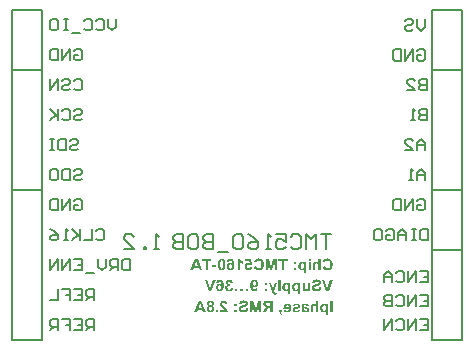
<source format=gbo>
G04 Layer_Color=32896*
%FSLAX25Y25*%
%MOIN*%
G70*
G01*
G75*
%ADD19C,0.00800*%
%ADD34C,0.00787*%
%ADD36C,0.00700*%
G36*
X-60259Y-88900D02*
X-60996D01*
Y-88163D01*
X-60259D01*
Y-88900D01*
D02*
G37*
G36*
X-55643D02*
X-56380D01*
Y-85057D01*
X-55643D01*
Y-88900D01*
D02*
G37*
G36*
X-45803Y-87882D02*
X-45809Y-88023D01*
X-45821Y-88145D01*
X-45832Y-88251D01*
X-45850Y-88338D01*
X-45867Y-88409D01*
X-45885Y-88461D01*
X-45891Y-88490D01*
X-45897Y-88502D01*
X-45938Y-88578D01*
X-45990Y-88648D01*
X-46043Y-88707D01*
X-46096Y-88760D01*
X-46143Y-88795D01*
X-46183Y-88824D01*
X-46207Y-88841D01*
X-46218Y-88847D01*
X-46306Y-88888D01*
X-46394Y-88918D01*
X-46476Y-88941D01*
X-46552Y-88953D01*
X-46622Y-88964D01*
X-46675Y-88970D01*
X-46722D01*
X-46821Y-88964D01*
X-46920Y-88953D01*
X-47008Y-88929D01*
X-47084Y-88906D01*
X-47149Y-88882D01*
X-47201Y-88859D01*
X-47231Y-88847D01*
X-47242Y-88841D01*
X-47330Y-88789D01*
X-47412Y-88730D01*
X-47482Y-88672D01*
X-47541Y-88613D01*
X-47587Y-88561D01*
X-47617Y-88520D01*
X-47640Y-88496D01*
X-47646Y-88485D01*
Y-88900D01*
X-48330D01*
Y-86115D01*
X-47593D01*
Y-87297D01*
Y-87402D01*
Y-87502D01*
X-47587Y-87590D01*
X-47582Y-87666D01*
Y-87736D01*
X-47576Y-87800D01*
X-47570Y-87853D01*
X-47564Y-87900D01*
X-47558Y-87935D01*
X-47552Y-87970D01*
X-47546Y-87999D01*
Y-88017D01*
X-47535Y-88046D01*
Y-88052D01*
X-47511Y-88104D01*
X-47482Y-88157D01*
X-47447Y-88198D01*
X-47412Y-88239D01*
X-47383Y-88268D01*
X-47353Y-88292D01*
X-47336Y-88303D01*
X-47330Y-88309D01*
X-47271Y-88344D01*
X-47219Y-88368D01*
X-47160Y-88385D01*
X-47108Y-88397D01*
X-47061Y-88403D01*
X-47026Y-88409D01*
X-46997D01*
X-46938Y-88403D01*
X-46885Y-88397D01*
X-46839Y-88385D01*
X-46798Y-88368D01*
X-46768Y-88356D01*
X-46739Y-88344D01*
X-46727Y-88338D01*
X-46722Y-88333D01*
X-46687Y-88303D01*
X-46657Y-88268D01*
X-46611Y-88204D01*
X-46593Y-88175D01*
X-46581Y-88151D01*
X-46575Y-88134D01*
Y-88128D01*
X-46569Y-88099D01*
X-46564Y-88058D01*
X-46558Y-88011D01*
Y-87958D01*
X-46546Y-87841D01*
Y-87713D01*
X-46540Y-87595D01*
Y-87543D01*
Y-87496D01*
Y-87455D01*
Y-87426D01*
Y-87408D01*
Y-87402D01*
Y-86115D01*
X-45803D01*
Y-87882D01*
D02*
G37*
G36*
X-70098Y-88900D02*
X-70835D01*
Y-88163D01*
X-70098D01*
Y-88900D01*
D02*
G37*
G36*
X-68308D02*
X-69045D01*
Y-88163D01*
X-68308D01*
Y-88900D01*
D02*
G37*
G36*
X-66518D02*
X-67255D01*
Y-88163D01*
X-66518D01*
Y-88900D01*
D02*
G37*
G36*
X-39643D02*
X-40480D01*
X-41849Y-85057D01*
X-41018D01*
X-40082Y-87900D01*
X-39105Y-85057D01*
X-38268D01*
X-39643Y-88900D01*
D02*
G37*
G36*
X-64307Y-85051D02*
X-64213Y-85062D01*
X-64125Y-85080D01*
X-64043Y-85103D01*
X-63962Y-85127D01*
X-63891Y-85162D01*
X-63821Y-85191D01*
X-63763Y-85226D01*
X-63710Y-85261D01*
X-63663Y-85290D01*
X-63622Y-85326D01*
X-63587Y-85349D01*
X-63558Y-85373D01*
X-63540Y-85390D01*
X-63529Y-85402D01*
X-63523Y-85408D01*
X-63464Y-85478D01*
X-63412Y-85548D01*
X-63365Y-85624D01*
X-63324Y-85706D01*
X-63289Y-85782D01*
X-63260Y-85864D01*
X-63219Y-86010D01*
X-63207Y-86080D01*
X-63195Y-86145D01*
X-63189Y-86203D01*
X-63183Y-86250D01*
X-63178Y-86291D01*
Y-86326D01*
Y-86344D01*
Y-86349D01*
X-63183Y-86455D01*
X-63189Y-86548D01*
X-63230Y-86730D01*
X-63254Y-86812D01*
X-63283Y-86888D01*
X-63312Y-86952D01*
X-63341Y-87016D01*
X-63371Y-87075D01*
X-63400Y-87122D01*
X-63429Y-87163D01*
X-63453Y-87198D01*
X-63476Y-87227D01*
X-63494Y-87244D01*
X-63499Y-87256D01*
X-63505Y-87262D01*
X-63570Y-87321D01*
X-63634Y-87373D01*
X-63698Y-87420D01*
X-63763Y-87461D01*
X-63833Y-87496D01*
X-63897Y-87525D01*
X-64020Y-87566D01*
X-64125Y-87590D01*
X-64166Y-87595D01*
X-64207Y-87601D01*
X-64242Y-87607D01*
X-64283D01*
X-64359Y-87601D01*
X-64435Y-87595D01*
X-64570Y-87555D01*
X-64687Y-87508D01*
X-64786Y-87443D01*
X-64868Y-87385D01*
X-64927Y-87338D01*
X-64950Y-87315D01*
X-64968Y-87297D01*
X-64974Y-87291D01*
X-64979Y-87285D01*
X-64968Y-87402D01*
X-64956Y-87514D01*
X-64944Y-87613D01*
X-64927Y-87701D01*
X-64909Y-87783D01*
X-64892Y-87853D01*
X-64874Y-87911D01*
X-64863Y-87970D01*
X-64845Y-88017D01*
X-64827Y-88058D01*
X-64816Y-88087D01*
X-64798Y-88116D01*
X-64792Y-88134D01*
X-64781Y-88145D01*
X-64775Y-88157D01*
X-64710Y-88227D01*
X-64646Y-88274D01*
X-64582Y-88309D01*
X-64523Y-88338D01*
X-64470Y-88350D01*
X-64430Y-88356D01*
X-64400Y-88362D01*
X-64389D01*
X-64324Y-88356D01*
X-64266Y-88344D01*
X-64219Y-88333D01*
X-64172Y-88309D01*
X-64143Y-88292D01*
X-64114Y-88280D01*
X-64102Y-88268D01*
X-64096Y-88262D01*
X-64061Y-88216D01*
X-64032Y-88169D01*
X-64008Y-88110D01*
X-63991Y-88058D01*
X-63979Y-88011D01*
X-63973Y-87970D01*
X-63967Y-87946D01*
Y-87935D01*
X-63254Y-88017D01*
X-63289Y-88180D01*
X-63341Y-88327D01*
X-63400Y-88450D01*
X-63459Y-88549D01*
X-63511Y-88631D01*
X-63558Y-88684D01*
X-63593Y-88719D01*
X-63605Y-88724D01*
Y-88730D01*
X-63716Y-88812D01*
X-63839Y-88871D01*
X-63962Y-88912D01*
X-64079Y-88941D01*
X-64178Y-88959D01*
X-64225Y-88964D01*
X-64260D01*
X-64295Y-88970D01*
X-64336D01*
X-64447Y-88964D01*
X-64558Y-88953D01*
X-64658Y-88929D01*
X-64757Y-88900D01*
X-64845Y-88865D01*
X-64927Y-88824D01*
X-65003Y-88783D01*
X-65073Y-88736D01*
X-65137Y-88695D01*
X-65190Y-88654D01*
X-65237Y-88613D01*
X-65278Y-88578D01*
X-65307Y-88549D01*
X-65330Y-88526D01*
X-65342Y-88514D01*
X-65348Y-88508D01*
X-65418Y-88414D01*
X-65477Y-88309D01*
X-65529Y-88192D01*
X-65576Y-88075D01*
X-65611Y-87946D01*
X-65646Y-87824D01*
X-65693Y-87572D01*
X-65705Y-87455D01*
X-65717Y-87344D01*
X-65728Y-87244D01*
X-65734Y-87157D01*
X-65740Y-87086D01*
Y-87034D01*
Y-86999D01*
Y-86987D01*
X-65734Y-86800D01*
X-65722Y-86624D01*
X-65705Y-86466D01*
X-65681Y-86320D01*
X-65652Y-86186D01*
X-65623Y-86063D01*
X-65588Y-85952D01*
X-65553Y-85858D01*
X-65518Y-85770D01*
X-65483Y-85700D01*
X-65453Y-85636D01*
X-65424Y-85589D01*
X-65401Y-85548D01*
X-65383Y-85524D01*
X-65371Y-85507D01*
X-65366Y-85501D01*
X-65295Y-85419D01*
X-65219Y-85349D01*
X-65137Y-85290D01*
X-65056Y-85238D01*
X-64979Y-85191D01*
X-64898Y-85156D01*
X-64821Y-85127D01*
X-64745Y-85103D01*
X-64675Y-85086D01*
X-64611Y-85068D01*
X-64552Y-85057D01*
X-64506Y-85051D01*
X-64465Y-85045D01*
X-64406D01*
X-64307Y-85051D01*
D02*
G37*
G36*
X-60259Y-86853D02*
X-60996D01*
Y-86115D01*
X-60259D01*
Y-86853D01*
D02*
G37*
G36*
X-62856Y-77998D02*
X-62716Y-78016D01*
X-62581Y-78039D01*
X-62458Y-78074D01*
X-62341Y-78115D01*
X-62236Y-78162D01*
X-62136Y-78209D01*
X-62049Y-78255D01*
X-61967Y-78308D01*
X-61897Y-78355D01*
X-61838Y-78402D01*
X-61785Y-78443D01*
X-61750Y-78478D01*
X-61721Y-78501D01*
X-61703Y-78519D01*
X-61698Y-78525D01*
X-61610Y-78630D01*
X-61534Y-78741D01*
X-61470Y-78858D01*
X-61411Y-78981D01*
X-61364Y-79104D01*
X-61329Y-79232D01*
X-61294Y-79349D01*
X-61271Y-79472D01*
X-61247Y-79583D01*
X-61230Y-79683D01*
X-61224Y-79776D01*
X-61212Y-79858D01*
Y-79923D01*
X-61206Y-79975D01*
Y-80005D01*
Y-80016D01*
X-61212Y-80180D01*
X-61230Y-80338D01*
X-61253Y-80484D01*
X-61282Y-80619D01*
X-61323Y-80748D01*
X-61364Y-80865D01*
X-61405Y-80976D01*
X-61452Y-81069D01*
X-61499Y-81157D01*
X-61540Y-81233D01*
X-61586Y-81297D01*
X-61622Y-81350D01*
X-61651Y-81391D01*
X-61674Y-81420D01*
X-61692Y-81438D01*
X-61698Y-81444D01*
X-61791Y-81537D01*
X-61891Y-81613D01*
X-61996Y-81684D01*
X-62101Y-81742D01*
X-62207Y-81795D01*
X-62312Y-81836D01*
X-62411Y-81871D01*
X-62511Y-81900D01*
X-62604Y-81923D01*
X-62686Y-81935D01*
X-62762Y-81947D01*
X-62827Y-81959D01*
X-62879D01*
X-62920Y-81964D01*
X-62955D01*
X-63067Y-81959D01*
X-63178Y-81953D01*
X-63277Y-81935D01*
X-63377Y-81918D01*
X-63464Y-81894D01*
X-63546Y-81871D01*
X-63622Y-81841D01*
X-63692Y-81812D01*
X-63757Y-81783D01*
X-63815Y-81754D01*
X-63862Y-81730D01*
X-63903Y-81707D01*
X-63932Y-81689D01*
X-63956Y-81672D01*
X-63967Y-81666D01*
X-63973Y-81660D01*
X-64049Y-81602D01*
X-64114Y-81531D01*
X-64236Y-81385D01*
X-64336Y-81227D01*
X-64412Y-81075D01*
X-64447Y-81005D01*
X-64476Y-80935D01*
X-64500Y-80876D01*
X-64517Y-80824D01*
X-64535Y-80777D01*
X-64547Y-80748D01*
X-64552Y-80724D01*
Y-80718D01*
X-63798Y-80484D01*
X-63757Y-80636D01*
X-63704Y-80759D01*
X-63652Y-80870D01*
X-63599Y-80958D01*
X-63552Y-81023D01*
X-63511Y-81075D01*
X-63488Y-81099D01*
X-63476Y-81110D01*
X-63388Y-81175D01*
X-63301Y-81221D01*
X-63213Y-81257D01*
X-63125Y-81280D01*
X-63055Y-81292D01*
X-62996Y-81297D01*
X-62973Y-81303D01*
X-62944D01*
X-62868Y-81297D01*
X-62797Y-81292D01*
X-62663Y-81257D01*
X-62546Y-81210D01*
X-62446Y-81151D01*
X-62370Y-81093D01*
X-62312Y-81046D01*
X-62277Y-81011D01*
X-62271Y-81005D01*
X-62265Y-80999D01*
X-62218Y-80935D01*
X-62183Y-80865D01*
X-62148Y-80788D01*
X-62119Y-80707D01*
X-62072Y-80531D01*
X-62043Y-80361D01*
X-62031Y-80279D01*
X-62019Y-80203D01*
X-62014Y-80139D01*
Y-80075D01*
X-62008Y-80028D01*
Y-79987D01*
Y-79964D01*
Y-79958D01*
X-62014Y-79835D01*
X-62019Y-79718D01*
X-62031Y-79607D01*
X-62049Y-79513D01*
X-62066Y-79420D01*
X-62090Y-79338D01*
X-62113Y-79268D01*
X-62142Y-79203D01*
X-62166Y-79145D01*
X-62189Y-79098D01*
X-62212Y-79057D01*
X-62230Y-79022D01*
X-62248Y-78998D01*
X-62259Y-78975D01*
X-62271Y-78969D01*
Y-78963D01*
X-62324Y-78911D01*
X-62376Y-78858D01*
X-62435Y-78817D01*
X-62487Y-78782D01*
X-62604Y-78729D01*
X-62716Y-78694D01*
X-62815Y-78671D01*
X-62856Y-78665D01*
X-62891Y-78659D01*
X-62920Y-78653D01*
X-62961D01*
X-63072Y-78659D01*
X-63172Y-78683D01*
X-63265Y-78706D01*
X-63341Y-78741D01*
X-63406Y-78770D01*
X-63447Y-78799D01*
X-63476Y-78823D01*
X-63488Y-78829D01*
X-63564Y-78899D01*
X-63622Y-78975D01*
X-63675Y-79051D01*
X-63710Y-79127D01*
X-63739Y-79197D01*
X-63763Y-79250D01*
X-63769Y-79285D01*
X-63774Y-79291D01*
Y-79297D01*
X-64541Y-79115D01*
X-64488Y-78952D01*
X-64424Y-78811D01*
X-64354Y-78694D01*
X-64289Y-78595D01*
X-64231Y-78513D01*
X-64184Y-78460D01*
X-64155Y-78425D01*
X-64149Y-78413D01*
X-64143D01*
X-64055Y-78337D01*
X-63967Y-78273D01*
X-63874Y-78220D01*
X-63780Y-78168D01*
X-63687Y-78127D01*
X-63587Y-78097D01*
X-63499Y-78068D01*
X-63406Y-78045D01*
X-63324Y-78027D01*
X-63248Y-78016D01*
X-63178Y-78004D01*
X-63119Y-77998D01*
X-63072Y-77992D01*
X-63002D01*
X-62856Y-77998D01*
D02*
G37*
G36*
X-57831Y-88906D02*
X-57802Y-88988D01*
X-57772Y-89064D01*
X-57743Y-89128D01*
X-57714Y-89187D01*
X-57684Y-89233D01*
X-57661Y-89263D01*
X-57649Y-89286D01*
X-57644Y-89292D01*
X-57591Y-89345D01*
X-57532Y-89386D01*
X-57468Y-89409D01*
X-57410Y-89432D01*
X-57351Y-89444D01*
X-57304Y-89450D01*
X-57263D01*
X-57158Y-89444D01*
X-57105Y-89438D01*
X-57059Y-89432D01*
X-57012Y-89426D01*
X-56982Y-89421D01*
X-56959Y-89415D01*
X-56953D01*
X-57018Y-89988D01*
X-57170Y-90017D01*
X-57240Y-90023D01*
X-57304Y-90029D01*
X-57357Y-90035D01*
X-57509D01*
X-57579Y-90029D01*
X-57644Y-90017D01*
X-57702Y-90012D01*
X-57743Y-90000D01*
X-57778Y-89994D01*
X-57802Y-89988D01*
X-57807D01*
X-57866Y-89971D01*
X-57924Y-89947D01*
X-57971Y-89924D01*
X-58012Y-89906D01*
X-58041Y-89889D01*
X-58071Y-89871D01*
X-58082Y-89865D01*
X-58088Y-89859D01*
X-58170Y-89795D01*
X-58234Y-89731D01*
X-58258Y-89701D01*
X-58275Y-89678D01*
X-58287Y-89661D01*
X-58293Y-89655D01*
X-58328Y-89602D01*
X-58357Y-89543D01*
X-58386Y-89479D01*
X-58416Y-89421D01*
X-58439Y-89362D01*
X-58457Y-89321D01*
X-58468Y-89292D01*
X-58474Y-89280D01*
X-58656Y-88795D01*
X-59638Y-86115D01*
X-58878D01*
X-58223Y-88093D01*
X-57562Y-86115D01*
X-56778D01*
X-57831Y-88906D01*
D02*
G37*
G36*
X-78698Y-88900D02*
X-79534D01*
X-80903Y-85057D01*
X-80072D01*
X-79137Y-87900D01*
X-78159Y-85057D01*
X-77323D01*
X-78698Y-88900D01*
D02*
G37*
G36*
X-50460Y-79852D02*
X-51197D01*
Y-79115D01*
X-50460D01*
Y-79852D01*
D02*
G37*
G36*
X-72309Y-78051D02*
X-72198Y-78062D01*
X-72099Y-78086D01*
X-72000Y-78115D01*
X-71912Y-78156D01*
X-71830Y-78191D01*
X-71754Y-78238D01*
X-71684Y-78279D01*
X-71619Y-78320D01*
X-71567Y-78367D01*
X-71520Y-78402D01*
X-71479Y-78437D01*
X-71450Y-78472D01*
X-71426Y-78495D01*
X-71415Y-78507D01*
X-71409Y-78513D01*
X-71338Y-78606D01*
X-71280Y-78712D01*
X-71227Y-78829D01*
X-71186Y-78946D01*
X-71145Y-79075D01*
X-71116Y-79203D01*
X-71069Y-79449D01*
X-71058Y-79572D01*
X-71046Y-79677D01*
X-71034Y-79782D01*
X-71028Y-79864D01*
X-71022Y-79940D01*
Y-79993D01*
Y-80028D01*
Y-80034D01*
Y-80040D01*
X-71028Y-80227D01*
X-71040Y-80397D01*
X-71058Y-80560D01*
X-71081Y-80707D01*
X-71110Y-80841D01*
X-71140Y-80958D01*
X-71175Y-81069D01*
X-71210Y-81163D01*
X-71239Y-81251D01*
X-71274Y-81321D01*
X-71303Y-81385D01*
X-71333Y-81432D01*
X-71356Y-81473D01*
X-71373Y-81496D01*
X-71385Y-81514D01*
X-71391Y-81520D01*
X-71461Y-81602D01*
X-71537Y-81666D01*
X-71619Y-81730D01*
X-71701Y-81777D01*
X-71777Y-81824D01*
X-71859Y-81859D01*
X-71935Y-81888D01*
X-72011Y-81912D01*
X-72081Y-81935D01*
X-72146Y-81947D01*
X-72204Y-81959D01*
X-72251Y-81964D01*
X-72292D01*
X-72327Y-81970D01*
X-72351D01*
X-72450Y-81964D01*
X-72544Y-81953D01*
X-72631Y-81935D01*
X-72713Y-81918D01*
X-72795Y-81888D01*
X-72865Y-81859D01*
X-72935Y-81830D01*
X-72994Y-81795D01*
X-73047Y-81760D01*
X-73099Y-81730D01*
X-73140Y-81701D01*
X-73169Y-81672D01*
X-73199Y-81654D01*
X-73216Y-81637D01*
X-73228Y-81625D01*
X-73234Y-81619D01*
X-73298Y-81549D01*
X-73351Y-81473D01*
X-73398Y-81397D01*
X-73439Y-81321D01*
X-73474Y-81239D01*
X-73497Y-81163D01*
X-73544Y-81011D01*
X-73556Y-80941D01*
X-73567Y-80876D01*
X-73573Y-80818D01*
X-73579Y-80771D01*
X-73585Y-80730D01*
Y-80695D01*
Y-80677D01*
Y-80672D01*
X-73579Y-80572D01*
X-73573Y-80473D01*
X-73556Y-80379D01*
X-73532Y-80297D01*
X-73509Y-80215D01*
X-73479Y-80139D01*
X-73450Y-80069D01*
X-73421Y-80010D01*
X-73386Y-79952D01*
X-73357Y-79905D01*
X-73327Y-79864D01*
X-73304Y-79829D01*
X-73281Y-79800D01*
X-73263Y-79782D01*
X-73257Y-79771D01*
X-73251Y-79765D01*
X-73187Y-79700D01*
X-73123Y-79648D01*
X-73058Y-79601D01*
X-72988Y-79560D01*
X-72924Y-79525D01*
X-72859Y-79496D01*
X-72737Y-79455D01*
X-72631Y-79426D01*
X-72584Y-79420D01*
X-72544Y-79414D01*
X-72514Y-79408D01*
X-72467D01*
X-72391Y-79414D01*
X-72321Y-79420D01*
X-72187Y-79461D01*
X-72070Y-79513D01*
X-71970Y-79572D01*
X-71894Y-79630D01*
X-71830Y-79683D01*
X-71812Y-79706D01*
X-71795Y-79724D01*
X-71789Y-79730D01*
X-71783Y-79735D01*
X-71795Y-79619D01*
X-71806Y-79507D01*
X-71818Y-79408D01*
X-71830Y-79320D01*
X-71847Y-79238D01*
X-71865Y-79168D01*
X-71882Y-79104D01*
X-71900Y-79051D01*
X-71912Y-79004D01*
X-71929Y-78963D01*
X-71947Y-78934D01*
X-71959Y-78905D01*
X-71964Y-78887D01*
X-71976Y-78875D01*
X-71982Y-78864D01*
X-72046Y-78794D01*
X-72111Y-78741D01*
X-72181Y-78706D01*
X-72245Y-78677D01*
X-72298Y-78665D01*
X-72339Y-78659D01*
X-72368Y-78653D01*
X-72380D01*
X-72444Y-78659D01*
X-72497Y-78671D01*
X-72544Y-78688D01*
X-72584Y-78706D01*
X-72620Y-78724D01*
X-72643Y-78741D01*
X-72655Y-78753D01*
X-72660Y-78759D01*
X-72702Y-78799D01*
X-72731Y-78852D01*
X-72754Y-78905D01*
X-72772Y-78957D01*
X-72783Y-79004D01*
X-72795Y-79045D01*
X-72801Y-79069D01*
Y-79080D01*
X-73515Y-79004D01*
X-73474Y-78840D01*
X-73421Y-78694D01*
X-73362Y-78571D01*
X-73298Y-78472D01*
X-73240Y-78390D01*
X-73193Y-78337D01*
X-73158Y-78302D01*
X-73152Y-78290D01*
X-73146D01*
X-73035Y-78209D01*
X-72912Y-78150D01*
X-72789Y-78103D01*
X-72678Y-78074D01*
X-72573Y-78057D01*
X-72532Y-78051D01*
X-72497D01*
X-72462Y-78045D01*
X-72421D01*
X-72309Y-78051D01*
D02*
G37*
G36*
X-69273Y-78174D02*
X-69203Y-78290D01*
X-69127Y-78396D01*
X-69051Y-78484D01*
X-68975Y-78560D01*
X-68916Y-78612D01*
X-68899Y-78630D01*
X-68881Y-78647D01*
X-68870Y-78653D01*
X-68864Y-78659D01*
X-68741Y-78753D01*
X-68624Y-78823D01*
X-68519Y-78887D01*
X-68425Y-78934D01*
X-68349Y-78975D01*
X-68291Y-78998D01*
X-68267Y-79004D01*
X-68250Y-79010D01*
X-68244Y-79016D01*
X-68238D01*
Y-79683D01*
X-68437Y-79607D01*
X-68618Y-79519D01*
X-68776Y-79431D01*
X-68852Y-79384D01*
X-68916Y-79338D01*
X-68981Y-79297D01*
X-69033Y-79256D01*
X-69080Y-79221D01*
X-69121Y-79191D01*
X-69151Y-79162D01*
X-69174Y-79145D01*
X-69186Y-79133D01*
X-69191Y-79127D01*
Y-81900D01*
X-69929D01*
Y-78045D01*
X-69326D01*
X-69273Y-78174D01*
D02*
G37*
G36*
X-77066Y-80876D02*
X-78505D01*
Y-80139D01*
X-77066D01*
Y-80876D01*
D02*
G37*
G36*
X-56866Y-81900D02*
X-57585D01*
Y-78875D01*
X-58346Y-81900D01*
X-59088D01*
X-59849Y-78875D01*
X-59855Y-81900D01*
X-60574D01*
Y-78057D01*
X-59404D01*
X-58720Y-80683D01*
X-58024Y-78057D01*
X-56866D01*
Y-81900D01*
D02*
G37*
G36*
X-39918Y-77998D02*
X-39778Y-78016D01*
X-39643Y-78039D01*
X-39520Y-78074D01*
X-39403Y-78115D01*
X-39298Y-78162D01*
X-39198Y-78209D01*
X-39111Y-78255D01*
X-39029Y-78308D01*
X-38959Y-78355D01*
X-38900Y-78402D01*
X-38848Y-78443D01*
X-38812Y-78478D01*
X-38783Y-78501D01*
X-38766Y-78519D01*
X-38760Y-78525D01*
X-38672Y-78630D01*
X-38596Y-78741D01*
X-38532Y-78858D01*
X-38473Y-78981D01*
X-38426Y-79104D01*
X-38391Y-79232D01*
X-38356Y-79349D01*
X-38333Y-79472D01*
X-38309Y-79583D01*
X-38292Y-79683D01*
X-38286Y-79776D01*
X-38274Y-79858D01*
Y-79923D01*
X-38268Y-79975D01*
Y-80005D01*
Y-80016D01*
X-38274Y-80180D01*
X-38292Y-80338D01*
X-38315Y-80484D01*
X-38344Y-80619D01*
X-38385Y-80748D01*
X-38426Y-80865D01*
X-38467Y-80976D01*
X-38514Y-81069D01*
X-38561Y-81157D01*
X-38602Y-81233D01*
X-38649Y-81297D01*
X-38684Y-81350D01*
X-38713Y-81391D01*
X-38736Y-81420D01*
X-38754Y-81438D01*
X-38760Y-81444D01*
X-38853Y-81537D01*
X-38953Y-81613D01*
X-39058Y-81684D01*
X-39163Y-81742D01*
X-39269Y-81795D01*
X-39374Y-81836D01*
X-39474Y-81871D01*
X-39573Y-81900D01*
X-39667Y-81923D01*
X-39748Y-81935D01*
X-39825Y-81947D01*
X-39889Y-81959D01*
X-39941D01*
X-39982Y-81964D01*
X-40018D01*
X-40129Y-81959D01*
X-40240Y-81953D01*
X-40339Y-81935D01*
X-40439Y-81918D01*
X-40527Y-81894D01*
X-40608Y-81871D01*
X-40684Y-81841D01*
X-40755Y-81812D01*
X-40819Y-81783D01*
X-40878Y-81754D01*
X-40924Y-81730D01*
X-40965Y-81707D01*
X-40995Y-81689D01*
X-41018Y-81672D01*
X-41030Y-81666D01*
X-41035Y-81660D01*
X-41111Y-81602D01*
X-41176Y-81531D01*
X-41299Y-81385D01*
X-41398Y-81227D01*
X-41474Y-81075D01*
X-41509Y-81005D01*
X-41539Y-80935D01*
X-41562Y-80876D01*
X-41579Y-80824D01*
X-41597Y-80777D01*
X-41609Y-80748D01*
X-41615Y-80724D01*
Y-80718D01*
X-40860Y-80484D01*
X-40819Y-80636D01*
X-40766Y-80759D01*
X-40714Y-80870D01*
X-40661Y-80958D01*
X-40614Y-81023D01*
X-40573Y-81075D01*
X-40550Y-81099D01*
X-40538Y-81110D01*
X-40450Y-81175D01*
X-40363Y-81221D01*
X-40275Y-81257D01*
X-40187Y-81280D01*
X-40117Y-81292D01*
X-40058Y-81297D01*
X-40035Y-81303D01*
X-40006D01*
X-39930Y-81297D01*
X-39860Y-81292D01*
X-39725Y-81257D01*
X-39608Y-81210D01*
X-39509Y-81151D01*
X-39432Y-81093D01*
X-39374Y-81046D01*
X-39339Y-81011D01*
X-39333Y-81005D01*
X-39327Y-80999D01*
X-39280Y-80935D01*
X-39245Y-80865D01*
X-39210Y-80788D01*
X-39181Y-80707D01*
X-39134Y-80531D01*
X-39105Y-80361D01*
X-39093Y-80279D01*
X-39081Y-80203D01*
X-39076Y-80139D01*
Y-80075D01*
X-39070Y-80028D01*
Y-79987D01*
Y-79964D01*
Y-79958D01*
X-39076Y-79835D01*
X-39081Y-79718D01*
X-39093Y-79607D01*
X-39111Y-79513D01*
X-39128Y-79420D01*
X-39152Y-79338D01*
X-39175Y-79268D01*
X-39204Y-79203D01*
X-39228Y-79145D01*
X-39251Y-79098D01*
X-39275Y-79057D01*
X-39292Y-79022D01*
X-39310Y-78998D01*
X-39321Y-78975D01*
X-39333Y-78969D01*
Y-78963D01*
X-39386Y-78911D01*
X-39438Y-78858D01*
X-39497Y-78817D01*
X-39549Y-78782D01*
X-39667Y-78729D01*
X-39778Y-78694D01*
X-39877Y-78671D01*
X-39918Y-78665D01*
X-39953Y-78659D01*
X-39982Y-78653D01*
X-40023D01*
X-40135Y-78659D01*
X-40234Y-78683D01*
X-40328Y-78706D01*
X-40404Y-78741D01*
X-40468Y-78770D01*
X-40509Y-78799D01*
X-40538Y-78823D01*
X-40550Y-78829D01*
X-40626Y-78899D01*
X-40684Y-78975D01*
X-40737Y-79051D01*
X-40772Y-79127D01*
X-40801Y-79197D01*
X-40825Y-79250D01*
X-40831Y-79285D01*
X-40837Y-79291D01*
Y-79297D01*
X-41603Y-79115D01*
X-41550Y-78952D01*
X-41486Y-78811D01*
X-41416Y-78694D01*
X-41351Y-78595D01*
X-41293Y-78513D01*
X-41246Y-78460D01*
X-41217Y-78425D01*
X-41211Y-78413D01*
X-41205D01*
X-41117Y-78337D01*
X-41030Y-78273D01*
X-40936Y-78220D01*
X-40842Y-78168D01*
X-40749Y-78127D01*
X-40649Y-78097D01*
X-40562Y-78068D01*
X-40468Y-78045D01*
X-40386Y-78027D01*
X-40310Y-78016D01*
X-40240Y-78004D01*
X-40181Y-77998D01*
X-40135Y-77992D01*
X-40064D01*
X-39918Y-77998D01*
D02*
G37*
G36*
X-53794Y-86063D02*
X-53695Y-86080D01*
X-53607Y-86098D01*
X-53537Y-86121D01*
X-53473Y-86150D01*
X-53426Y-86168D01*
X-53396Y-86186D01*
X-53385Y-86191D01*
X-53303Y-86244D01*
X-53233Y-86297D01*
X-53174Y-86355D01*
X-53122Y-86408D01*
X-53081Y-86455D01*
X-53051Y-86490D01*
X-53034Y-86513D01*
X-53028Y-86525D01*
Y-86115D01*
X-52343D01*
Y-89965D01*
X-53081D01*
Y-88566D01*
X-53157Y-88643D01*
X-53227Y-88707D01*
X-53297Y-88765D01*
X-53355Y-88806D01*
X-53402Y-88841D01*
X-53437Y-88865D01*
X-53467Y-88877D01*
X-53473Y-88882D01*
X-53543Y-88912D01*
X-53619Y-88935D01*
X-53689Y-88947D01*
X-53753Y-88959D01*
X-53806Y-88964D01*
X-53847Y-88970D01*
X-53888D01*
X-53976Y-88964D01*
X-54063Y-88953D01*
X-54145Y-88935D01*
X-54221Y-88912D01*
X-54362Y-88847D01*
X-54485Y-88777D01*
X-54531Y-88742D01*
X-54578Y-88707D01*
X-54619Y-88672D01*
X-54654Y-88643D01*
X-54678Y-88619D01*
X-54695Y-88602D01*
X-54707Y-88590D01*
X-54713Y-88584D01*
X-54771Y-88508D01*
X-54830Y-88426D01*
X-54871Y-88338D01*
X-54912Y-88251D01*
X-54947Y-88163D01*
X-54976Y-88069D01*
X-55017Y-87900D01*
X-55029Y-87818D01*
X-55040Y-87742D01*
X-55046Y-87677D01*
X-55052Y-87619D01*
X-55058Y-87566D01*
Y-87531D01*
Y-87508D01*
Y-87502D01*
X-55052Y-87379D01*
X-55046Y-87262D01*
X-55029Y-87151D01*
X-55005Y-87051D01*
X-54982Y-86958D01*
X-54953Y-86870D01*
X-54918Y-86788D01*
X-54888Y-86718D01*
X-54859Y-86654D01*
X-54824Y-86601D01*
X-54795Y-86554D01*
X-54771Y-86513D01*
X-54748Y-86484D01*
X-54736Y-86461D01*
X-54724Y-86449D01*
X-54719Y-86443D01*
X-54654Y-86373D01*
X-54584Y-86314D01*
X-54514Y-86262D01*
X-54449Y-86221D01*
X-54379Y-86180D01*
X-54309Y-86150D01*
X-54180Y-86104D01*
X-54063Y-86075D01*
X-54017Y-86069D01*
X-53976Y-86063D01*
X-53940Y-86057D01*
X-53894D01*
X-53794Y-86063D01*
D02*
G37*
G36*
X-50518D02*
X-50419Y-86080D01*
X-50331Y-86098D01*
X-50261Y-86121D01*
X-50196Y-86150D01*
X-50150Y-86168D01*
X-50121Y-86186D01*
X-50109Y-86191D01*
X-50027Y-86244D01*
X-49957Y-86297D01*
X-49898Y-86355D01*
X-49845Y-86408D01*
X-49805Y-86455D01*
X-49775Y-86490D01*
X-49758Y-86513D01*
X-49752Y-86525D01*
Y-86115D01*
X-49068D01*
Y-89965D01*
X-49805D01*
Y-88566D01*
X-49881Y-88643D01*
X-49951Y-88707D01*
X-50021Y-88765D01*
X-50080Y-88806D01*
X-50126Y-88841D01*
X-50161Y-88865D01*
X-50191Y-88877D01*
X-50196Y-88882D01*
X-50267Y-88912D01*
X-50343Y-88935D01*
X-50413Y-88947D01*
X-50477Y-88959D01*
X-50530Y-88964D01*
X-50571Y-88970D01*
X-50612D01*
X-50700Y-88964D01*
X-50787Y-88953D01*
X-50869Y-88935D01*
X-50945Y-88912D01*
X-51086Y-88847D01*
X-51209Y-88777D01*
X-51255Y-88742D01*
X-51302Y-88707D01*
X-51343Y-88672D01*
X-51378Y-88643D01*
X-51402Y-88619D01*
X-51419Y-88602D01*
X-51431Y-88590D01*
X-51437Y-88584D01*
X-51495Y-88508D01*
X-51554Y-88426D01*
X-51595Y-88338D01*
X-51636Y-88251D01*
X-51671Y-88163D01*
X-51700Y-88069D01*
X-51741Y-87900D01*
X-51753Y-87818D01*
X-51764Y-87742D01*
X-51770Y-87677D01*
X-51776Y-87619D01*
X-51782Y-87566D01*
Y-87531D01*
Y-87508D01*
Y-87502D01*
X-51776Y-87379D01*
X-51770Y-87262D01*
X-51753Y-87151D01*
X-51729Y-87051D01*
X-51706Y-86958D01*
X-51677Y-86870D01*
X-51641Y-86788D01*
X-51612Y-86718D01*
X-51583Y-86654D01*
X-51548Y-86601D01*
X-51519Y-86554D01*
X-51495Y-86513D01*
X-51472Y-86484D01*
X-51460Y-86461D01*
X-51448Y-86449D01*
X-51443Y-86443D01*
X-51378Y-86373D01*
X-51308Y-86314D01*
X-51238Y-86262D01*
X-51174Y-86221D01*
X-51103Y-86180D01*
X-51033Y-86150D01*
X-50904Y-86104D01*
X-50787Y-86075D01*
X-50741Y-86069D01*
X-50700Y-86063D01*
X-50665Y-86057D01*
X-50618D01*
X-50518Y-86063D01*
D02*
G37*
G36*
X-43416Y-84998D02*
X-43270Y-85016D01*
X-43141Y-85033D01*
X-43030Y-85057D01*
X-42943Y-85086D01*
X-42907Y-85097D01*
X-42878Y-85103D01*
X-42855Y-85115D01*
X-42831Y-85121D01*
X-42825Y-85127D01*
X-42820D01*
X-42709Y-85179D01*
X-42615Y-85244D01*
X-42533Y-85308D01*
X-42469Y-85373D01*
X-42416Y-85431D01*
X-42375Y-85478D01*
X-42352Y-85507D01*
X-42346Y-85513D01*
Y-85519D01*
X-42293Y-85618D01*
X-42252Y-85712D01*
X-42223Y-85805D01*
X-42205Y-85887D01*
X-42194Y-85963D01*
X-42182Y-86016D01*
Y-86039D01*
Y-86057D01*
Y-86063D01*
Y-86069D01*
X-42188Y-86150D01*
X-42200Y-86232D01*
X-42217Y-86308D01*
X-42235Y-86379D01*
X-42293Y-86513D01*
X-42358Y-86624D01*
X-42393Y-86671D01*
X-42422Y-86718D01*
X-42451Y-86753D01*
X-42480Y-86782D01*
X-42498Y-86806D01*
X-42516Y-86823D01*
X-42527Y-86835D01*
X-42533Y-86841D01*
X-42586Y-86882D01*
X-42644Y-86923D01*
X-42773Y-86999D01*
X-42919Y-87063D01*
X-43065Y-87116D01*
X-43194Y-87163D01*
X-43253Y-87180D01*
X-43305Y-87192D01*
X-43346Y-87204D01*
X-43375Y-87215D01*
X-43399Y-87221D01*
X-43405D01*
X-43492Y-87244D01*
X-43569Y-87262D01*
X-43639Y-87279D01*
X-43703Y-87297D01*
X-43762Y-87315D01*
X-43808Y-87326D01*
X-43855Y-87338D01*
X-43890Y-87350D01*
X-43949Y-87367D01*
X-43990Y-87379D01*
X-44013Y-87391D01*
X-44019D01*
X-44089Y-87420D01*
X-44148Y-87449D01*
X-44194Y-87473D01*
X-44235Y-87502D01*
X-44265Y-87525D01*
X-44282Y-87543D01*
X-44294Y-87555D01*
X-44300Y-87560D01*
X-44329Y-87595D01*
X-44346Y-87636D01*
X-44370Y-87707D01*
X-44376Y-87742D01*
X-44382Y-87765D01*
Y-87783D01*
Y-87788D01*
X-44376Y-87865D01*
X-44352Y-87935D01*
X-44323Y-87999D01*
X-44288Y-88052D01*
X-44247Y-88099D01*
X-44218Y-88128D01*
X-44194Y-88151D01*
X-44189Y-88157D01*
X-44113Y-88210D01*
X-44025Y-88251D01*
X-43931Y-88274D01*
X-43838Y-88297D01*
X-43756Y-88309D01*
X-43691Y-88315D01*
X-43627D01*
X-43498Y-88309D01*
X-43387Y-88286D01*
X-43293Y-88257D01*
X-43212Y-88227D01*
X-43147Y-88192D01*
X-43101Y-88169D01*
X-43071Y-88145D01*
X-43060Y-88139D01*
X-42989Y-88064D01*
X-42931Y-87976D01*
X-42884Y-87882D01*
X-42849Y-87794D01*
X-42820Y-87707D01*
X-42802Y-87642D01*
X-42796Y-87613D01*
Y-87595D01*
X-42790Y-87584D01*
Y-87578D01*
X-42036Y-87654D01*
X-42053Y-87771D01*
X-42077Y-87882D01*
X-42106Y-87987D01*
X-42135Y-88081D01*
X-42176Y-88169D01*
X-42211Y-88251D01*
X-42252Y-88321D01*
X-42293Y-88391D01*
X-42334Y-88444D01*
X-42369Y-88496D01*
X-42404Y-88537D01*
X-42434Y-88572D01*
X-42463Y-88602D01*
X-42480Y-88619D01*
X-42492Y-88631D01*
X-42498Y-88637D01*
X-42574Y-88695D01*
X-42662Y-88748D01*
X-42750Y-88789D01*
X-42837Y-88830D01*
X-42931Y-88859D01*
X-43024Y-88888D01*
X-43206Y-88929D01*
X-43293Y-88941D01*
X-43370Y-88953D01*
X-43440Y-88959D01*
X-43498Y-88964D01*
X-43551Y-88970D01*
X-43621D01*
X-43802Y-88964D01*
X-43960Y-88947D01*
X-44101Y-88929D01*
X-44224Y-88900D01*
X-44276Y-88888D01*
X-44323Y-88877D01*
X-44358Y-88865D01*
X-44393Y-88859D01*
X-44417Y-88847D01*
X-44434Y-88841D01*
X-44446Y-88836D01*
X-44452D01*
X-44575Y-88777D01*
X-44674Y-88707D01*
X-44768Y-88637D01*
X-44838Y-88566D01*
X-44896Y-88508D01*
X-44937Y-88455D01*
X-44967Y-88420D01*
X-44973Y-88414D01*
Y-88409D01*
X-45037Y-88297D01*
X-45084Y-88186D01*
X-45113Y-88081D01*
X-45136Y-87987D01*
X-45148Y-87906D01*
X-45160Y-87841D01*
Y-87818D01*
Y-87800D01*
Y-87788D01*
Y-87783D01*
X-45154Y-87654D01*
X-45136Y-87537D01*
X-45107Y-87432D01*
X-45084Y-87344D01*
X-45054Y-87274D01*
X-45025Y-87215D01*
X-45008Y-87186D01*
X-45002Y-87174D01*
X-44937Y-87086D01*
X-44873Y-87005D01*
X-44803Y-86940D01*
X-44733Y-86882D01*
X-44674Y-86841D01*
X-44627Y-86806D01*
X-44592Y-86788D01*
X-44586Y-86782D01*
X-44581D01*
X-44528Y-86753D01*
X-44469Y-86730D01*
X-44335Y-86677D01*
X-44200Y-86636D01*
X-44060Y-86589D01*
X-43937Y-86560D01*
X-43884Y-86542D01*
X-43838Y-86531D01*
X-43797Y-86519D01*
X-43767Y-86513D01*
X-43750Y-86507D01*
X-43744D01*
X-43644Y-86484D01*
X-43551Y-86455D01*
X-43469Y-86431D01*
X-43399Y-86408D01*
X-43329Y-86390D01*
X-43276Y-86367D01*
X-43223Y-86349D01*
X-43182Y-86326D01*
X-43141Y-86308D01*
X-43112Y-86297D01*
X-43065Y-86273D01*
X-43042Y-86256D01*
X-43036Y-86250D01*
X-43001Y-86209D01*
X-42972Y-86174D01*
X-42954Y-86133D01*
X-42937Y-86098D01*
X-42931Y-86063D01*
X-42925Y-86039D01*
Y-86022D01*
Y-86016D01*
X-42931Y-85963D01*
X-42943Y-85917D01*
X-42960Y-85875D01*
X-42983Y-85840D01*
X-43007Y-85811D01*
X-43024Y-85794D01*
X-43036Y-85782D01*
X-43042Y-85776D01*
X-43118Y-85729D01*
X-43206Y-85694D01*
X-43293Y-85671D01*
X-43375Y-85653D01*
X-43451Y-85641D01*
X-43516Y-85636D01*
X-43569D01*
X-43685Y-85641D01*
X-43785Y-85659D01*
X-43867Y-85677D01*
X-43937Y-85700D01*
X-43990Y-85729D01*
X-44025Y-85747D01*
X-44048Y-85764D01*
X-44054Y-85770D01*
X-44113Y-85823D01*
X-44159Y-85887D01*
X-44194Y-85957D01*
X-44224Y-86028D01*
X-44247Y-86092D01*
X-44259Y-86145D01*
X-44271Y-86180D01*
Y-86186D01*
Y-86191D01*
X-45048Y-86162D01*
X-45043Y-86069D01*
X-45025Y-85975D01*
X-45002Y-85887D01*
X-44978Y-85805D01*
X-44914Y-85665D01*
X-44885Y-85601D01*
X-44850Y-85542D01*
X-44815Y-85489D01*
X-44779Y-85443D01*
X-44750Y-85402D01*
X-44721Y-85373D01*
X-44697Y-85349D01*
X-44680Y-85331D01*
X-44668Y-85320D01*
X-44662Y-85314D01*
X-44592Y-85255D01*
X-44510Y-85209D01*
X-44428Y-85162D01*
X-44341Y-85127D01*
X-44159Y-85068D01*
X-43984Y-85033D01*
X-43902Y-85022D01*
X-43826Y-85010D01*
X-43756Y-85004D01*
X-43691Y-84998D01*
X-43644Y-84992D01*
X-43574D01*
X-43416Y-84998D01*
D02*
G37*
G36*
X-42270Y-81900D02*
X-43007D01*
Y-80508D01*
X-43013Y-80385D01*
X-43019Y-80279D01*
X-43030Y-80186D01*
X-43042Y-80110D01*
X-43054Y-80057D01*
X-43060Y-80016D01*
X-43071Y-79987D01*
Y-79981D01*
X-43101Y-79917D01*
X-43130Y-79864D01*
X-43165Y-79817D01*
X-43200Y-79776D01*
X-43229Y-79747D01*
X-43253Y-79730D01*
X-43270Y-79718D01*
X-43276Y-79712D01*
X-43334Y-79683D01*
X-43387Y-79659D01*
X-43446Y-79642D01*
X-43492Y-79630D01*
X-43539Y-79624D01*
X-43574Y-79619D01*
X-43662D01*
X-43709Y-79630D01*
X-43756Y-79642D01*
X-43797Y-79654D01*
X-43826Y-79665D01*
X-43849Y-79677D01*
X-43861Y-79683D01*
X-43867Y-79689D01*
X-43902Y-79718D01*
X-43937Y-79747D01*
X-43978Y-79812D01*
X-43995Y-79841D01*
X-44007Y-79858D01*
X-44013Y-79876D01*
Y-79882D01*
X-44019Y-79905D01*
X-44031Y-79940D01*
X-44042Y-80016D01*
X-44048Y-80104D01*
X-44054Y-80198D01*
X-44060Y-80285D01*
Y-80361D01*
Y-80391D01*
Y-80414D01*
Y-80426D01*
Y-80432D01*
Y-81900D01*
X-44797D01*
Y-80274D01*
Y-80145D01*
X-44791Y-80028D01*
X-44785Y-79934D01*
X-44779Y-79858D01*
X-44768Y-79800D01*
X-44762Y-79759D01*
X-44756Y-79730D01*
Y-79724D01*
X-44739Y-79659D01*
X-44721Y-79595D01*
X-44697Y-79542D01*
X-44674Y-79490D01*
X-44651Y-79455D01*
X-44633Y-79420D01*
X-44622Y-79402D01*
X-44616Y-79396D01*
X-44575Y-79344D01*
X-44522Y-79297D01*
X-44469Y-79256D01*
X-44423Y-79221D01*
X-44376Y-79191D01*
X-44341Y-79174D01*
X-44317Y-79162D01*
X-44306Y-79156D01*
X-44230Y-79121D01*
X-44153Y-79098D01*
X-44072Y-79080D01*
X-44001Y-79069D01*
X-43943Y-79063D01*
X-43890Y-79057D01*
X-43849D01*
X-43762Y-79063D01*
X-43674Y-79075D01*
X-43592Y-79098D01*
X-43510Y-79121D01*
X-43370Y-79191D01*
X-43247Y-79268D01*
X-43188Y-79308D01*
X-43141Y-79344D01*
X-43106Y-79379D01*
X-43071Y-79414D01*
X-43042Y-79437D01*
X-43024Y-79461D01*
X-43013Y-79472D01*
X-43007Y-79478D01*
Y-78057D01*
X-42270D01*
Y-81900D01*
D02*
G37*
G36*
X-65155Y-80116D02*
X-65746Y-80198D01*
X-65793Y-80151D01*
X-65845Y-80104D01*
X-65939Y-80034D01*
X-66038Y-79987D01*
X-66126Y-79952D01*
X-66202Y-79928D01*
X-66267Y-79923D01*
X-66290Y-79917D01*
X-66319D01*
X-66407Y-79923D01*
X-66489Y-79946D01*
X-66559Y-79975D01*
X-66618Y-80005D01*
X-66664Y-80040D01*
X-66699Y-80069D01*
X-66723Y-80092D01*
X-66729Y-80098D01*
X-66781Y-80168D01*
X-66822Y-80256D01*
X-66852Y-80344D01*
X-66875Y-80432D01*
X-66887Y-80508D01*
X-66892Y-80572D01*
Y-80595D01*
Y-80613D01*
Y-80625D01*
Y-80631D01*
X-66887Y-80759D01*
X-66869Y-80876D01*
X-66840Y-80970D01*
X-66811Y-81052D01*
X-66781Y-81110D01*
X-66752Y-81157D01*
X-66734Y-81180D01*
X-66729Y-81192D01*
X-66664Y-81257D01*
X-66600Y-81297D01*
X-66536Y-81333D01*
X-66471Y-81356D01*
X-66419Y-81368D01*
X-66378Y-81374D01*
X-66348Y-81379D01*
X-66337D01*
X-66267Y-81374D01*
X-66196Y-81356D01*
X-66138Y-81333D01*
X-66085Y-81309D01*
X-66038Y-81286D01*
X-66009Y-81262D01*
X-65986Y-81245D01*
X-65980Y-81239D01*
X-65927Y-81180D01*
X-65886Y-81116D01*
X-65857Y-81046D01*
X-65834Y-80987D01*
X-65816Y-80929D01*
X-65804Y-80882D01*
X-65798Y-80853D01*
Y-80841D01*
X-65067Y-80917D01*
X-65085Y-81005D01*
X-65102Y-81087D01*
X-65155Y-81245D01*
X-65219Y-81374D01*
X-65289Y-81485D01*
X-65325Y-81531D01*
X-65354Y-81572D01*
X-65383Y-81608D01*
X-65412Y-81637D01*
X-65436Y-81660D01*
X-65453Y-81678D01*
X-65459Y-81684D01*
X-65465Y-81689D01*
X-65529Y-81736D01*
X-65600Y-81783D01*
X-65740Y-81853D01*
X-65886Y-81900D01*
X-66021Y-81935D01*
X-66085Y-81947D01*
X-66144Y-81953D01*
X-66196Y-81964D01*
X-66243D01*
X-66278Y-81970D01*
X-66331D01*
X-66454Y-81964D01*
X-66565Y-81947D01*
X-66676Y-81923D01*
X-66775Y-81894D01*
X-66869Y-81853D01*
X-66951Y-81812D01*
X-67033Y-81765D01*
X-67103Y-81719D01*
X-67162Y-81672D01*
X-67220Y-81625D01*
X-67267Y-81584D01*
X-67302Y-81543D01*
X-67331Y-81514D01*
X-67355Y-81490D01*
X-67366Y-81473D01*
X-67372Y-81467D01*
X-67419Y-81397D01*
X-67466Y-81321D01*
X-67530Y-81175D01*
X-67583Y-81034D01*
X-67612Y-80900D01*
X-67624Y-80841D01*
X-67635Y-80788D01*
X-67641Y-80742D01*
Y-80701D01*
X-67647Y-80666D01*
Y-80642D01*
Y-80625D01*
Y-80619D01*
X-67641Y-80514D01*
X-67629Y-80414D01*
X-67618Y-80321D01*
X-67594Y-80233D01*
X-67565Y-80151D01*
X-67536Y-80075D01*
X-67507Y-80005D01*
X-67477Y-79940D01*
X-67442Y-79882D01*
X-67413Y-79829D01*
X-67384Y-79788D01*
X-67355Y-79753D01*
X-67331Y-79724D01*
X-67320Y-79706D01*
X-67308Y-79695D01*
X-67302Y-79689D01*
X-67238Y-79624D01*
X-67167Y-79572D01*
X-67097Y-79525D01*
X-67027Y-79484D01*
X-66957Y-79449D01*
X-66892Y-79420D01*
X-66758Y-79379D01*
X-66699Y-79361D01*
X-66647Y-79349D01*
X-66594Y-79344D01*
X-66553Y-79338D01*
X-66518Y-79332D01*
X-66471D01*
X-66378Y-79338D01*
X-66284Y-79349D01*
X-66196Y-79373D01*
X-66126Y-79390D01*
X-66062Y-79414D01*
X-66009Y-79437D01*
X-65980Y-79449D01*
X-65968Y-79455D01*
X-66085Y-78805D01*
X-67477D01*
Y-78115D01*
X-65529D01*
X-65155Y-80116D01*
D02*
G37*
G36*
X-45552Y-78735D02*
X-46289D01*
Y-78057D01*
X-45552D01*
Y-78735D01*
D02*
G37*
G36*
X-75855Y-85051D02*
X-75744Y-85062D01*
X-75644Y-85086D01*
X-75545Y-85115D01*
X-75457Y-85156D01*
X-75375Y-85191D01*
X-75299Y-85238D01*
X-75229Y-85279D01*
X-75164Y-85320D01*
X-75112Y-85367D01*
X-75065Y-85402D01*
X-75024Y-85437D01*
X-74995Y-85472D01*
X-74971Y-85495D01*
X-74960Y-85507D01*
X-74954Y-85513D01*
X-74884Y-85606D01*
X-74825Y-85712D01*
X-74772Y-85829D01*
X-74731Y-85946D01*
X-74691Y-86075D01*
X-74661Y-86203D01*
X-74614Y-86449D01*
X-74603Y-86572D01*
X-74591Y-86677D01*
X-74579Y-86782D01*
X-74573Y-86864D01*
X-74568Y-86940D01*
Y-86993D01*
Y-87028D01*
Y-87034D01*
Y-87040D01*
X-74573Y-87227D01*
X-74585Y-87397D01*
X-74603Y-87560D01*
X-74626Y-87707D01*
X-74655Y-87841D01*
X-74685Y-87958D01*
X-74720Y-88069D01*
X-74755Y-88163D01*
X-74784Y-88251D01*
X-74819Y-88321D01*
X-74848Y-88385D01*
X-74878Y-88432D01*
X-74901Y-88473D01*
X-74919Y-88496D01*
X-74930Y-88514D01*
X-74936Y-88520D01*
X-75006Y-88602D01*
X-75082Y-88666D01*
X-75164Y-88730D01*
X-75246Y-88777D01*
X-75322Y-88824D01*
X-75404Y-88859D01*
X-75480Y-88888D01*
X-75556Y-88912D01*
X-75626Y-88935D01*
X-75691Y-88947D01*
X-75749Y-88959D01*
X-75796Y-88964D01*
X-75837D01*
X-75872Y-88970D01*
X-75896D01*
X-75995Y-88964D01*
X-76089Y-88953D01*
X-76176Y-88935D01*
X-76258Y-88918D01*
X-76340Y-88888D01*
X-76410Y-88859D01*
X-76481Y-88830D01*
X-76539Y-88795D01*
X-76592Y-88760D01*
X-76644Y-88730D01*
X-76685Y-88701D01*
X-76715Y-88672D01*
X-76744Y-88654D01*
X-76761Y-88637D01*
X-76773Y-88625D01*
X-76779Y-88619D01*
X-76843Y-88549D01*
X-76896Y-88473D01*
X-76943Y-88397D01*
X-76984Y-88321D01*
X-77019Y-88239D01*
X-77042Y-88163D01*
X-77089Y-88011D01*
X-77101Y-87941D01*
X-77112Y-87876D01*
X-77118Y-87818D01*
X-77124Y-87771D01*
X-77130Y-87730D01*
Y-87695D01*
Y-87677D01*
Y-87672D01*
X-77124Y-87572D01*
X-77118Y-87473D01*
X-77101Y-87379D01*
X-77077Y-87297D01*
X-77054Y-87215D01*
X-77025Y-87139D01*
X-76995Y-87069D01*
X-76966Y-87011D01*
X-76931Y-86952D01*
X-76902Y-86905D01*
X-76872Y-86864D01*
X-76849Y-86829D01*
X-76826Y-86800D01*
X-76808Y-86782D01*
X-76802Y-86771D01*
X-76797Y-86765D01*
X-76732Y-86700D01*
X-76668Y-86648D01*
X-76603Y-86601D01*
X-76533Y-86560D01*
X-76469Y-86525D01*
X-76405Y-86496D01*
X-76282Y-86455D01*
X-76176Y-86426D01*
X-76130Y-86420D01*
X-76089Y-86414D01*
X-76059Y-86408D01*
X-76013D01*
X-75937Y-86414D01*
X-75866Y-86420D01*
X-75732Y-86461D01*
X-75615Y-86513D01*
X-75515Y-86572D01*
X-75439Y-86630D01*
X-75375Y-86683D01*
X-75357Y-86706D01*
X-75340Y-86724D01*
X-75334Y-86730D01*
X-75328Y-86735D01*
X-75340Y-86619D01*
X-75352Y-86507D01*
X-75363Y-86408D01*
X-75375Y-86320D01*
X-75393Y-86238D01*
X-75410Y-86168D01*
X-75428Y-86104D01*
X-75445Y-86051D01*
X-75457Y-86004D01*
X-75474Y-85963D01*
X-75492Y-85934D01*
X-75504Y-85905D01*
X-75510Y-85887D01*
X-75521Y-85875D01*
X-75527Y-85864D01*
X-75591Y-85794D01*
X-75656Y-85741D01*
X-75726Y-85706D01*
X-75790Y-85677D01*
X-75843Y-85665D01*
X-75884Y-85659D01*
X-75913Y-85653D01*
X-75925D01*
X-75989Y-85659D01*
X-76042Y-85671D01*
X-76089Y-85688D01*
X-76130Y-85706D01*
X-76165Y-85724D01*
X-76188Y-85741D01*
X-76200Y-85753D01*
X-76206Y-85759D01*
X-76247Y-85799D01*
X-76276Y-85852D01*
X-76299Y-85905D01*
X-76317Y-85957D01*
X-76328Y-86004D01*
X-76340Y-86045D01*
X-76346Y-86069D01*
Y-86080D01*
X-77060Y-86004D01*
X-77019Y-85840D01*
X-76966Y-85694D01*
X-76908Y-85571D01*
X-76843Y-85472D01*
X-76785Y-85390D01*
X-76738Y-85337D01*
X-76703Y-85302D01*
X-76697Y-85290D01*
X-76691D01*
X-76580Y-85209D01*
X-76457Y-85150D01*
X-76334Y-85103D01*
X-76223Y-85074D01*
X-76118Y-85057D01*
X-76077Y-85051D01*
X-76042D01*
X-76007Y-85045D01*
X-75966D01*
X-75855Y-85051D01*
D02*
G37*
G36*
X-53332Y-78706D02*
X-54461D01*
Y-81900D01*
X-55239D01*
Y-78706D01*
X-56368D01*
Y-78057D01*
X-53332D01*
Y-78706D01*
D02*
G37*
G36*
X-62130Y-95900D02*
X-62850D01*
Y-92875D01*
X-63611Y-95900D01*
X-64354D01*
X-65114Y-92875D01*
X-65120Y-95900D01*
X-65839D01*
Y-92057D01*
X-64669D01*
X-63985Y-94683D01*
X-63289Y-92057D01*
X-62130D01*
Y-95900D01*
D02*
G37*
G36*
X-78668Y-78706D02*
X-79798D01*
Y-81900D01*
X-80576D01*
Y-78706D01*
X-81705D01*
Y-78057D01*
X-78668D01*
Y-78706D01*
D02*
G37*
G36*
X-45552Y-81900D02*
X-46289D01*
Y-79115D01*
X-45552D01*
Y-81900D01*
D02*
G37*
G36*
X-53250Y-93063D02*
X-53151Y-93075D01*
X-53063Y-93092D01*
X-52975Y-93121D01*
X-52893Y-93151D01*
X-52817Y-93180D01*
X-52753Y-93221D01*
X-52689Y-93256D01*
X-52630Y-93291D01*
X-52583Y-93326D01*
X-52536Y-93361D01*
X-52501Y-93390D01*
X-52472Y-93420D01*
X-52455Y-93437D01*
X-52443Y-93449D01*
X-52437Y-93455D01*
X-52373Y-93531D01*
X-52320Y-93613D01*
X-52273Y-93700D01*
X-52232Y-93788D01*
X-52197Y-93882D01*
X-52168Y-93970D01*
X-52127Y-94145D01*
X-52109Y-94221D01*
X-52098Y-94297D01*
X-52092Y-94367D01*
X-52086Y-94420D01*
X-52080Y-94473D01*
Y-94508D01*
Y-94531D01*
Y-94537D01*
X-52086Y-94642D01*
X-52092Y-94742D01*
X-52121Y-94929D01*
X-52145Y-95017D01*
X-52168Y-95093D01*
X-52191Y-95169D01*
X-52215Y-95233D01*
X-52238Y-95292D01*
X-52262Y-95344D01*
X-52285Y-95391D01*
X-52308Y-95426D01*
X-52326Y-95455D01*
X-52338Y-95479D01*
X-52349Y-95490D01*
Y-95496D01*
X-52420Y-95578D01*
X-52496Y-95654D01*
X-52578Y-95719D01*
X-52665Y-95771D01*
X-52753Y-95818D01*
X-52847Y-95853D01*
X-52934Y-95888D01*
X-53022Y-95912D01*
X-53104Y-95929D01*
X-53180Y-95947D01*
X-53244Y-95953D01*
X-53309Y-95964D01*
X-53355D01*
X-53396Y-95970D01*
X-53426D01*
X-53589Y-95959D01*
X-53736Y-95935D01*
X-53865Y-95906D01*
X-53976Y-95865D01*
X-54063Y-95824D01*
X-54104Y-95806D01*
X-54134Y-95795D01*
X-54157Y-95777D01*
X-54175Y-95771D01*
X-54180Y-95760D01*
X-54186D01*
X-54291Y-95672D01*
X-54385Y-95572D01*
X-54461Y-95473D01*
X-54526Y-95373D01*
X-54572Y-95286D01*
X-54596Y-95245D01*
X-54607Y-95210D01*
X-54619Y-95186D01*
X-54631Y-95163D01*
X-54637Y-95151D01*
Y-95145D01*
X-53905Y-95022D01*
X-53882Y-95099D01*
X-53853Y-95157D01*
X-53818Y-95210D01*
X-53788Y-95251D01*
X-53765Y-95286D01*
X-53742Y-95309D01*
X-53730Y-95321D01*
X-53724Y-95327D01*
X-53677Y-95356D01*
X-53631Y-95379D01*
X-53578Y-95397D01*
X-53537Y-95409D01*
X-53496Y-95414D01*
X-53461Y-95420D01*
X-53432D01*
X-53344Y-95414D01*
X-53262Y-95391D01*
X-53186Y-95362D01*
X-53127Y-95327D01*
X-53075Y-95297D01*
X-53040Y-95268D01*
X-53016Y-95245D01*
X-53010Y-95239D01*
X-52952Y-95163D01*
X-52911Y-95081D01*
X-52882Y-94999D01*
X-52858Y-94911D01*
X-52847Y-94841D01*
X-52841Y-94777D01*
X-52835Y-94753D01*
Y-94736D01*
Y-94730D01*
Y-94724D01*
X-54678D01*
Y-94572D01*
X-54666Y-94426D01*
X-54648Y-94297D01*
X-54631Y-94174D01*
X-54602Y-94063D01*
X-54572Y-93958D01*
X-54543Y-93864D01*
X-54508Y-93782D01*
X-54479Y-93706D01*
X-54444Y-93648D01*
X-54414Y-93595D01*
X-54391Y-93548D01*
X-54368Y-93513D01*
X-54350Y-93490D01*
X-54338Y-93478D01*
X-54333Y-93472D01*
X-54262Y-93396D01*
X-54186Y-93338D01*
X-54110Y-93279D01*
X-54028Y-93232D01*
X-53946Y-93191D01*
X-53865Y-93156D01*
X-53783Y-93133D01*
X-53707Y-93110D01*
X-53636Y-93092D01*
X-53566Y-93080D01*
X-53508Y-93069D01*
X-53455Y-93063D01*
X-53408Y-93057D01*
X-53350D01*
X-53250Y-93063D01*
D02*
G37*
G36*
X-50460Y-81900D02*
X-51197D01*
Y-81163D01*
X-50460D01*
Y-81900D01*
D02*
G37*
G36*
X-81822D02*
X-82641D01*
X-82956Y-81028D01*
X-84507D01*
X-84834Y-81900D01*
X-85677D01*
X-84132Y-78057D01*
X-83313D01*
X-81822Y-81900D01*
D02*
G37*
G36*
X-48471Y-79063D02*
X-48371Y-79080D01*
X-48284Y-79098D01*
X-48213Y-79121D01*
X-48149Y-79150D01*
X-48102Y-79168D01*
X-48073Y-79186D01*
X-48061Y-79191D01*
X-47979Y-79244D01*
X-47909Y-79297D01*
X-47851Y-79355D01*
X-47798Y-79408D01*
X-47757Y-79455D01*
X-47728Y-79490D01*
X-47710Y-79513D01*
X-47704Y-79525D01*
Y-79115D01*
X-47020D01*
Y-82965D01*
X-47757D01*
Y-81567D01*
X-47833Y-81643D01*
X-47903Y-81707D01*
X-47973Y-81765D01*
X-48032Y-81806D01*
X-48079Y-81841D01*
X-48114Y-81865D01*
X-48143Y-81877D01*
X-48149Y-81882D01*
X-48219Y-81912D01*
X-48295Y-81935D01*
X-48366Y-81947D01*
X-48430Y-81959D01*
X-48482Y-81964D01*
X-48523Y-81970D01*
X-48564D01*
X-48652Y-81964D01*
X-48740Y-81953D01*
X-48822Y-81935D01*
X-48898Y-81912D01*
X-49038Y-81847D01*
X-49161Y-81777D01*
X-49208Y-81742D01*
X-49255Y-81707D01*
X-49296Y-81672D01*
X-49331Y-81643D01*
X-49354Y-81619D01*
X-49372Y-81602D01*
X-49383Y-81590D01*
X-49389Y-81584D01*
X-49448Y-81508D01*
X-49506Y-81426D01*
X-49547Y-81338D01*
X-49588Y-81251D01*
X-49623Y-81163D01*
X-49652Y-81069D01*
X-49693Y-80900D01*
X-49705Y-80818D01*
X-49717Y-80742D01*
X-49723Y-80677D01*
X-49729Y-80619D01*
X-49734Y-80566D01*
Y-80531D01*
Y-80508D01*
Y-80502D01*
X-49729Y-80379D01*
X-49723Y-80262D01*
X-49705Y-80151D01*
X-49682Y-80051D01*
X-49658Y-79958D01*
X-49629Y-79870D01*
X-49594Y-79788D01*
X-49565Y-79718D01*
X-49536Y-79654D01*
X-49500Y-79601D01*
X-49471Y-79554D01*
X-49448Y-79513D01*
X-49424Y-79484D01*
X-49413Y-79461D01*
X-49401Y-79449D01*
X-49395Y-79443D01*
X-49331Y-79373D01*
X-49261Y-79314D01*
X-49190Y-79262D01*
X-49126Y-79221D01*
X-49056Y-79180D01*
X-48986Y-79150D01*
X-48857Y-79104D01*
X-48740Y-79075D01*
X-48693Y-79069D01*
X-48652Y-79063D01*
X-48617Y-79057D01*
X-48570D01*
X-48471Y-79063D01*
D02*
G37*
G36*
X-43048Y-95900D02*
X-43785D01*
Y-94508D01*
X-43791Y-94385D01*
X-43797Y-94279D01*
X-43808Y-94186D01*
X-43820Y-94110D01*
X-43832Y-94057D01*
X-43838Y-94016D01*
X-43849Y-93987D01*
Y-93981D01*
X-43878Y-93917D01*
X-43908Y-93864D01*
X-43943Y-93817D01*
X-43978Y-93776D01*
X-44007Y-93747D01*
X-44031Y-93730D01*
X-44048Y-93718D01*
X-44054Y-93712D01*
X-44113Y-93683D01*
X-44165Y-93660D01*
X-44224Y-93642D01*
X-44271Y-93630D01*
X-44317Y-93624D01*
X-44352Y-93619D01*
X-44440D01*
X-44487Y-93630D01*
X-44534Y-93642D01*
X-44575Y-93654D01*
X-44604Y-93665D01*
X-44627Y-93677D01*
X-44639Y-93683D01*
X-44645Y-93689D01*
X-44680Y-93718D01*
X-44715Y-93747D01*
X-44756Y-93812D01*
X-44774Y-93841D01*
X-44785Y-93858D01*
X-44791Y-93876D01*
Y-93882D01*
X-44797Y-93905D01*
X-44809Y-93940D01*
X-44820Y-94016D01*
X-44826Y-94104D01*
X-44832Y-94198D01*
X-44838Y-94285D01*
Y-94362D01*
Y-94391D01*
Y-94414D01*
Y-94426D01*
Y-94432D01*
Y-95900D01*
X-45575D01*
Y-94274D01*
Y-94145D01*
X-45569Y-94028D01*
X-45563Y-93934D01*
X-45557Y-93858D01*
X-45546Y-93800D01*
X-45540Y-93759D01*
X-45534Y-93730D01*
Y-93724D01*
X-45516Y-93660D01*
X-45499Y-93595D01*
X-45476Y-93542D01*
X-45452Y-93490D01*
X-45429Y-93455D01*
X-45411Y-93420D01*
X-45399Y-93402D01*
X-45394Y-93396D01*
X-45353Y-93344D01*
X-45300Y-93297D01*
X-45247Y-93256D01*
X-45201Y-93221D01*
X-45154Y-93191D01*
X-45119Y-93174D01*
X-45095Y-93162D01*
X-45084Y-93156D01*
X-45008Y-93121D01*
X-44932Y-93098D01*
X-44850Y-93080D01*
X-44779Y-93069D01*
X-44721Y-93063D01*
X-44668Y-93057D01*
X-44627D01*
X-44540Y-93063D01*
X-44452Y-93075D01*
X-44370Y-93098D01*
X-44288Y-93121D01*
X-44148Y-93191D01*
X-44025Y-93268D01*
X-43966Y-93309D01*
X-43920Y-93344D01*
X-43884Y-93379D01*
X-43849Y-93414D01*
X-43820Y-93437D01*
X-43802Y-93461D01*
X-43791Y-93472D01*
X-43785Y-93478D01*
Y-92057D01*
X-43048D01*
Y-95900D01*
D02*
G37*
G36*
X-74380Y-92057D02*
X-74217Y-92086D01*
X-74070Y-92133D01*
X-74006Y-92156D01*
X-73948Y-92179D01*
X-73889Y-92203D01*
X-73842Y-92226D01*
X-73801Y-92250D01*
X-73772Y-92273D01*
X-73743Y-92291D01*
X-73725Y-92302D01*
X-73713Y-92308D01*
X-73708Y-92314D01*
X-73649Y-92367D01*
X-73591Y-92425D01*
X-73544Y-92489D01*
X-73497Y-92560D01*
X-73427Y-92706D01*
X-73374Y-92846D01*
X-73351Y-92917D01*
X-73339Y-92981D01*
X-73322Y-93033D01*
X-73316Y-93086D01*
X-73304Y-93127D01*
Y-93156D01*
X-73298Y-93180D01*
Y-93186D01*
X-74029Y-93256D01*
X-74041Y-93145D01*
X-74059Y-93045D01*
X-74088Y-92969D01*
X-74111Y-92905D01*
X-74141Y-92852D01*
X-74158Y-92823D01*
X-74176Y-92800D01*
X-74181Y-92794D01*
X-74240Y-92747D01*
X-74299Y-92712D01*
X-74363Y-92688D01*
X-74421Y-92671D01*
X-74468Y-92659D01*
X-74515Y-92653D01*
X-74550D01*
X-74632Y-92659D01*
X-74708Y-92677D01*
X-74772Y-92694D01*
X-74825Y-92718D01*
X-74866Y-92747D01*
X-74895Y-92764D01*
X-74913Y-92782D01*
X-74919Y-92788D01*
X-74965Y-92840D01*
X-74995Y-92905D01*
X-75018Y-92969D01*
X-75036Y-93028D01*
X-75047Y-93080D01*
X-75053Y-93127D01*
Y-93156D01*
Y-93168D01*
X-75047Y-93250D01*
X-75030Y-93332D01*
X-75006Y-93408D01*
X-74977Y-93478D01*
X-74948Y-93537D01*
X-74924Y-93577D01*
X-74907Y-93607D01*
X-74901Y-93619D01*
X-74878Y-93654D01*
X-74843Y-93695D01*
X-74802Y-93735D01*
X-74755Y-93782D01*
X-74655Y-93888D01*
X-74550Y-93993D01*
X-74451Y-94086D01*
X-74404Y-94133D01*
X-74369Y-94168D01*
X-74334Y-94198D01*
X-74310Y-94227D01*
X-74293Y-94239D01*
X-74287Y-94244D01*
X-74176Y-94350D01*
X-74070Y-94449D01*
X-73983Y-94543D01*
X-73895Y-94631D01*
X-73819Y-94713D01*
X-73755Y-94788D01*
X-73690Y-94859D01*
X-73637Y-94923D01*
X-73597Y-94976D01*
X-73556Y-95028D01*
X-73526Y-95069D01*
X-73497Y-95104D01*
X-73479Y-95134D01*
X-73468Y-95151D01*
X-73456Y-95163D01*
Y-95169D01*
X-73386Y-95297D01*
X-73333Y-95426D01*
X-73286Y-95549D01*
X-73257Y-95666D01*
X-73234Y-95760D01*
X-73228Y-95801D01*
X-73222Y-95836D01*
X-73216Y-95859D01*
X-73210Y-95882D01*
Y-95894D01*
Y-95900D01*
X-75790D01*
Y-95215D01*
X-74322D01*
X-74369Y-95139D01*
X-74421Y-95081D01*
X-74439Y-95052D01*
X-74457Y-95034D01*
X-74468Y-95022D01*
X-74474Y-95017D01*
X-74497Y-94993D01*
X-74521Y-94970D01*
X-74585Y-94906D01*
X-74655Y-94835D01*
X-74731Y-94765D01*
X-74802Y-94695D01*
X-74860Y-94642D01*
X-74878Y-94619D01*
X-74895Y-94601D01*
X-74907Y-94595D01*
X-74913Y-94590D01*
X-75036Y-94478D01*
X-75135Y-94379D01*
X-75223Y-94291D01*
X-75287Y-94221D01*
X-75340Y-94168D01*
X-75375Y-94127D01*
X-75393Y-94104D01*
X-75398Y-94098D01*
X-75468Y-94005D01*
X-75533Y-93917D01*
X-75586Y-93835D01*
X-75626Y-93759D01*
X-75656Y-93700D01*
X-75679Y-93654D01*
X-75691Y-93624D01*
X-75697Y-93613D01*
X-75726Y-93525D01*
X-75749Y-93431D01*
X-75767Y-93349D01*
X-75779Y-93273D01*
X-75784Y-93209D01*
X-75790Y-93156D01*
Y-93127D01*
Y-93115D01*
X-75784Y-93033D01*
X-75779Y-92952D01*
X-75738Y-92805D01*
X-75685Y-92677D01*
X-75626Y-92566D01*
X-75568Y-92478D01*
X-75539Y-92437D01*
X-75515Y-92408D01*
X-75492Y-92384D01*
X-75474Y-92367D01*
X-75468Y-92361D01*
X-75463Y-92355D01*
X-75398Y-92302D01*
X-75334Y-92250D01*
X-75258Y-92209D01*
X-75188Y-92174D01*
X-75036Y-92121D01*
X-74895Y-92086D01*
X-74825Y-92068D01*
X-74766Y-92062D01*
X-74708Y-92057D01*
X-74661Y-92051D01*
X-74620Y-92045D01*
X-74474D01*
X-74380Y-92057D01*
D02*
G37*
G36*
X-47225Y-93063D02*
X-47137Y-93075D01*
X-47061Y-93086D01*
X-46985Y-93104D01*
X-46920Y-93121D01*
X-46856Y-93139D01*
X-46804Y-93156D01*
X-46757Y-93174D01*
X-46716Y-93191D01*
X-46681Y-93209D01*
X-46651Y-93226D01*
X-46628Y-93238D01*
X-46611Y-93250D01*
X-46605Y-93256D01*
X-46599D01*
X-46505Y-93338D01*
X-46423Y-93431D01*
X-46353Y-93525D01*
X-46300Y-93624D01*
X-46265Y-93712D01*
X-46236Y-93782D01*
X-46224Y-93806D01*
X-46218Y-93829D01*
X-46213Y-93841D01*
Y-93847D01*
X-46874Y-93970D01*
X-46897Y-93905D01*
X-46926Y-93847D01*
X-46956Y-93800D01*
X-46985Y-93765D01*
X-47008Y-93735D01*
X-47032Y-93718D01*
X-47043Y-93706D01*
X-47049Y-93700D01*
X-47096Y-93671D01*
X-47143Y-93654D01*
X-47248Y-93630D01*
X-47289Y-93624D01*
X-47324Y-93619D01*
X-47359D01*
X-47459Y-93624D01*
X-47546Y-93630D01*
X-47617Y-93648D01*
X-47669Y-93665D01*
X-47710Y-93683D01*
X-47734Y-93695D01*
X-47751Y-93706D01*
X-47757Y-93712D01*
X-47792Y-93753D01*
X-47816Y-93800D01*
X-47839Y-93847D01*
X-47851Y-93899D01*
X-47857Y-93946D01*
X-47862Y-93981D01*
Y-94005D01*
Y-94016D01*
Y-94086D01*
X-47821Y-94104D01*
X-47775Y-94122D01*
X-47664Y-94151D01*
X-47546Y-94180D01*
X-47429Y-94209D01*
X-47318Y-94233D01*
X-47271Y-94244D01*
X-47225Y-94250D01*
X-47190Y-94256D01*
X-47166Y-94262D01*
X-47149Y-94268D01*
X-47143D01*
X-47008Y-94297D01*
X-46891Y-94326D01*
X-46792Y-94356D01*
X-46710Y-94385D01*
X-46646Y-94408D01*
X-46599Y-94426D01*
X-46569Y-94437D01*
X-46558Y-94443D01*
X-46488Y-94484D01*
X-46423Y-94531D01*
X-46371Y-94578D01*
X-46330Y-94625D01*
X-46295Y-94666D01*
X-46271Y-94701D01*
X-46254Y-94724D01*
X-46248Y-94730D01*
X-46213Y-94800D01*
X-46183Y-94870D01*
X-46166Y-94941D01*
X-46148Y-95005D01*
X-46143Y-95064D01*
X-46137Y-95104D01*
Y-95134D01*
Y-95145D01*
X-46148Y-95274D01*
X-46178Y-95391D01*
X-46213Y-95490D01*
X-46259Y-95578D01*
X-46306Y-95648D01*
X-46341Y-95701D01*
X-46371Y-95730D01*
X-46382Y-95742D01*
X-46482Y-95818D01*
X-46593Y-95877D01*
X-46704Y-95912D01*
X-46815Y-95941D01*
X-46909Y-95959D01*
X-46956Y-95964D01*
X-46991D01*
X-47020Y-95970D01*
X-47061D01*
X-47149Y-95964D01*
X-47236Y-95959D01*
X-47313Y-95941D01*
X-47377Y-95923D01*
X-47435Y-95912D01*
X-47482Y-95894D01*
X-47506Y-95888D01*
X-47517Y-95882D01*
X-47599Y-95841D01*
X-47669Y-95801D01*
X-47739Y-95754D01*
X-47798Y-95707D01*
X-47851Y-95666D01*
X-47886Y-95631D01*
X-47915Y-95608D01*
X-47921Y-95602D01*
X-47927Y-95625D01*
X-47933Y-95654D01*
X-47944Y-95678D01*
Y-95684D01*
Y-95689D01*
X-47962Y-95736D01*
X-47973Y-95783D01*
X-47991Y-95818D01*
X-48003Y-95847D01*
X-48009Y-95871D01*
X-48015Y-95888D01*
X-48020Y-95894D01*
Y-95900D01*
X-48746D01*
X-48711Y-95824D01*
X-48681Y-95760D01*
X-48658Y-95695D01*
X-48640Y-95643D01*
X-48629Y-95596D01*
X-48617Y-95561D01*
X-48611Y-95537D01*
Y-95531D01*
X-48599Y-95455D01*
X-48594Y-95373D01*
X-48582Y-95280D01*
Y-95192D01*
X-48576Y-95110D01*
Y-95046D01*
Y-95022D01*
Y-95005D01*
Y-94993D01*
Y-94987D01*
X-48588Y-94133D01*
Y-94046D01*
X-48582Y-93970D01*
X-48576Y-93893D01*
X-48570Y-93829D01*
X-48564Y-93765D01*
X-48559Y-93712D01*
X-48547Y-93665D01*
X-48541Y-93624D01*
X-48518Y-93554D01*
X-48506Y-93507D01*
X-48494Y-93478D01*
X-48488Y-93472D01*
X-48447Y-93408D01*
X-48395Y-93349D01*
X-48336Y-93297D01*
X-48284Y-93256D01*
X-48231Y-93221D01*
X-48190Y-93197D01*
X-48161Y-93180D01*
X-48149Y-93174D01*
X-48102Y-93151D01*
X-48050Y-93133D01*
X-47933Y-93104D01*
X-47810Y-93086D01*
X-47693Y-93069D01*
X-47582Y-93063D01*
X-47535D01*
X-47494Y-93057D01*
X-47313D01*
X-47225Y-93063D01*
D02*
G37*
G36*
X-70326Y-93853D02*
X-71064D01*
Y-93115D01*
X-70326D01*
Y-93853D01*
D02*
G37*
G36*
X-75153Y-78051D02*
X-75053Y-78062D01*
X-74965Y-78080D01*
X-74878Y-78109D01*
X-74802Y-78139D01*
X-74731Y-78168D01*
X-74667Y-78209D01*
X-74609Y-78244D01*
X-74556Y-78279D01*
X-74509Y-78314D01*
X-74468Y-78349D01*
X-74439Y-78378D01*
X-74415Y-78408D01*
X-74392Y-78425D01*
X-74386Y-78437D01*
X-74380Y-78443D01*
X-74316Y-78536D01*
X-74258Y-78647D01*
X-74205Y-78764D01*
X-74164Y-78887D01*
X-74129Y-79016D01*
X-74100Y-79145D01*
X-74053Y-79402D01*
X-74035Y-79525D01*
X-74024Y-79636D01*
X-74018Y-79735D01*
X-74012Y-79829D01*
X-74006Y-79899D01*
Y-79958D01*
Y-79993D01*
Y-79999D01*
Y-80005D01*
X-74012Y-80203D01*
X-74024Y-80391D01*
X-74035Y-80554D01*
X-74059Y-80712D01*
X-74082Y-80853D01*
X-74111Y-80976D01*
X-74146Y-81087D01*
X-74176Y-81186D01*
X-74205Y-81274D01*
X-74240Y-81350D01*
X-74269Y-81409D01*
X-74293Y-81455D01*
X-74316Y-81496D01*
X-74334Y-81520D01*
X-74339Y-81537D01*
X-74345Y-81543D01*
X-74410Y-81619D01*
X-74486Y-81684D01*
X-74556Y-81742D01*
X-74632Y-81789D01*
X-74708Y-81830D01*
X-74784Y-81865D01*
X-74860Y-81894D01*
X-74930Y-81918D01*
X-74995Y-81935D01*
X-75059Y-81947D01*
X-75112Y-81959D01*
X-75159Y-81964D01*
X-75199D01*
X-75229Y-81970D01*
X-75252D01*
X-75352Y-81964D01*
X-75451Y-81953D01*
X-75539Y-81935D01*
X-75621Y-81906D01*
X-75697Y-81877D01*
X-75773Y-81847D01*
X-75837Y-81812D01*
X-75896Y-81771D01*
X-75948Y-81736D01*
X-75989Y-81701D01*
X-76030Y-81672D01*
X-76059Y-81637D01*
X-76089Y-81613D01*
X-76106Y-81596D01*
X-76112Y-81584D01*
X-76118Y-81578D01*
X-76182Y-81485D01*
X-76241Y-81374D01*
X-76293Y-81257D01*
X-76340Y-81134D01*
X-76375Y-81005D01*
X-76405Y-80876D01*
X-76451Y-80619D01*
X-76469Y-80496D01*
X-76481Y-80379D01*
X-76486Y-80279D01*
X-76492Y-80186D01*
X-76498Y-80116D01*
Y-80057D01*
Y-80022D01*
Y-80016D01*
Y-80010D01*
X-76492Y-79812D01*
X-76481Y-79630D01*
X-76463Y-79461D01*
X-76440Y-79303D01*
X-76410Y-79162D01*
X-76381Y-79033D01*
X-76346Y-78922D01*
X-76311Y-78817D01*
X-76276Y-78729D01*
X-76241Y-78653D01*
X-76212Y-78589D01*
X-76182Y-78536D01*
X-76159Y-78501D01*
X-76141Y-78472D01*
X-76130Y-78454D01*
X-76124Y-78448D01*
X-76059Y-78378D01*
X-75995Y-78314D01*
X-75925Y-78261D01*
X-75855Y-78215D01*
X-75784Y-78174D01*
X-75708Y-78144D01*
X-75638Y-78115D01*
X-75568Y-78097D01*
X-75504Y-78080D01*
X-75445Y-78068D01*
X-75393Y-78057D01*
X-75346Y-78051D01*
X-75305Y-78045D01*
X-75252D01*
X-75153Y-78051D01*
D02*
G37*
G36*
X-38268Y-95900D02*
X-39046D01*
Y-92057D01*
X-38268D01*
Y-95900D01*
D02*
G37*
G36*
X-67787Y-91998D02*
X-67641Y-92016D01*
X-67513Y-92033D01*
X-67401Y-92057D01*
X-67314Y-92086D01*
X-67278Y-92098D01*
X-67249Y-92103D01*
X-67226Y-92115D01*
X-67203Y-92121D01*
X-67197Y-92127D01*
X-67191D01*
X-67080Y-92179D01*
X-66986Y-92244D01*
X-66904Y-92308D01*
X-66840Y-92373D01*
X-66787Y-92431D01*
X-66746Y-92478D01*
X-66723Y-92507D01*
X-66717Y-92513D01*
Y-92519D01*
X-66664Y-92618D01*
X-66623Y-92712D01*
X-66594Y-92805D01*
X-66576Y-92887D01*
X-66565Y-92963D01*
X-66553Y-93016D01*
Y-93039D01*
Y-93057D01*
Y-93063D01*
Y-93069D01*
X-66559Y-93151D01*
X-66571Y-93232D01*
X-66588Y-93309D01*
X-66606Y-93379D01*
X-66664Y-93513D01*
X-66729Y-93624D01*
X-66764Y-93671D01*
X-66793Y-93718D01*
X-66822Y-93753D01*
X-66852Y-93782D01*
X-66869Y-93806D01*
X-66887Y-93823D01*
X-66898Y-93835D01*
X-66904Y-93841D01*
X-66957Y-93882D01*
X-67015Y-93923D01*
X-67144Y-93999D01*
X-67290Y-94063D01*
X-67436Y-94116D01*
X-67565Y-94162D01*
X-67624Y-94180D01*
X-67676Y-94192D01*
X-67717Y-94204D01*
X-67747Y-94215D01*
X-67770Y-94221D01*
X-67776D01*
X-67864Y-94244D01*
X-67940Y-94262D01*
X-68010Y-94279D01*
X-68074Y-94297D01*
X-68133Y-94315D01*
X-68179Y-94326D01*
X-68226Y-94338D01*
X-68261Y-94350D01*
X-68320Y-94367D01*
X-68361Y-94379D01*
X-68384Y-94391D01*
X-68390D01*
X-68460Y-94420D01*
X-68519Y-94449D01*
X-68565Y-94473D01*
X-68607Y-94502D01*
X-68636Y-94525D01*
X-68653Y-94543D01*
X-68665Y-94555D01*
X-68671Y-94560D01*
X-68700Y-94595D01*
X-68718Y-94636D01*
X-68741Y-94707D01*
X-68747Y-94742D01*
X-68753Y-94765D01*
Y-94783D01*
Y-94788D01*
X-68747Y-94864D01*
X-68723Y-94935D01*
X-68694Y-94999D01*
X-68659Y-95052D01*
X-68618Y-95099D01*
X-68589Y-95128D01*
X-68565Y-95151D01*
X-68560Y-95157D01*
X-68484Y-95210D01*
X-68396Y-95251D01*
X-68302Y-95274D01*
X-68209Y-95297D01*
X-68127Y-95309D01*
X-68062Y-95315D01*
X-67998D01*
X-67869Y-95309D01*
X-67758Y-95286D01*
X-67665Y-95257D01*
X-67583Y-95227D01*
X-67518Y-95192D01*
X-67472Y-95169D01*
X-67442Y-95145D01*
X-67431Y-95139D01*
X-67360Y-95064D01*
X-67302Y-94976D01*
X-67255Y-94882D01*
X-67220Y-94794D01*
X-67191Y-94707D01*
X-67173Y-94642D01*
X-67167Y-94613D01*
Y-94595D01*
X-67162Y-94584D01*
Y-94578D01*
X-66407Y-94654D01*
X-66424Y-94771D01*
X-66448Y-94882D01*
X-66477Y-94987D01*
X-66506Y-95081D01*
X-66547Y-95169D01*
X-66582Y-95251D01*
X-66623Y-95321D01*
X-66664Y-95391D01*
X-66705Y-95444D01*
X-66740Y-95496D01*
X-66775Y-95537D01*
X-66805Y-95572D01*
X-66834Y-95602D01*
X-66852Y-95619D01*
X-66863Y-95631D01*
X-66869Y-95637D01*
X-66945Y-95695D01*
X-67033Y-95748D01*
X-67121Y-95789D01*
X-67208Y-95830D01*
X-67302Y-95859D01*
X-67396Y-95888D01*
X-67577Y-95929D01*
X-67665Y-95941D01*
X-67741Y-95953D01*
X-67811Y-95959D01*
X-67869Y-95964D01*
X-67922Y-95970D01*
X-67992D01*
X-68174Y-95964D01*
X-68331Y-95947D01*
X-68472Y-95929D01*
X-68595Y-95900D01*
X-68647Y-95888D01*
X-68694Y-95877D01*
X-68729Y-95865D01*
X-68764Y-95859D01*
X-68788Y-95847D01*
X-68805Y-95841D01*
X-68817Y-95836D01*
X-68823D01*
X-68946Y-95777D01*
X-69045Y-95707D01*
X-69139Y-95637D01*
X-69209Y-95566D01*
X-69267Y-95508D01*
X-69309Y-95455D01*
X-69338Y-95420D01*
X-69344Y-95414D01*
Y-95409D01*
X-69408Y-95297D01*
X-69455Y-95186D01*
X-69484Y-95081D01*
X-69507Y-94987D01*
X-69519Y-94906D01*
X-69531Y-94841D01*
Y-94818D01*
Y-94800D01*
Y-94788D01*
Y-94783D01*
X-69525Y-94654D01*
X-69507Y-94537D01*
X-69478Y-94432D01*
X-69455Y-94344D01*
X-69425Y-94274D01*
X-69396Y-94215D01*
X-69379Y-94186D01*
X-69373Y-94174D01*
X-69309Y-94086D01*
X-69244Y-94005D01*
X-69174Y-93940D01*
X-69104Y-93882D01*
X-69045Y-93841D01*
X-68998Y-93806D01*
X-68963Y-93788D01*
X-68958Y-93782D01*
X-68952D01*
X-68899Y-93753D01*
X-68840Y-93730D01*
X-68706Y-93677D01*
X-68571Y-93636D01*
X-68431Y-93589D01*
X-68308Y-93560D01*
X-68256Y-93542D01*
X-68209Y-93531D01*
X-68168Y-93519D01*
X-68138Y-93513D01*
X-68121Y-93507D01*
X-68115D01*
X-68016Y-93484D01*
X-67922Y-93455D01*
X-67840Y-93431D01*
X-67770Y-93408D01*
X-67700Y-93390D01*
X-67647Y-93367D01*
X-67594Y-93349D01*
X-67554Y-93326D01*
X-67513Y-93309D01*
X-67483Y-93297D01*
X-67436Y-93273D01*
X-67413Y-93256D01*
X-67407Y-93250D01*
X-67372Y-93209D01*
X-67343Y-93174D01*
X-67325Y-93133D01*
X-67308Y-93098D01*
X-67302Y-93063D01*
X-67296Y-93039D01*
Y-93022D01*
Y-93016D01*
X-67302Y-92963D01*
X-67314Y-92917D01*
X-67331Y-92875D01*
X-67355Y-92840D01*
X-67378Y-92811D01*
X-67396Y-92794D01*
X-67407Y-92782D01*
X-67413Y-92776D01*
X-67489Y-92729D01*
X-67577Y-92694D01*
X-67665Y-92671D01*
X-67747Y-92653D01*
X-67823Y-92642D01*
X-67887Y-92636D01*
X-67940D01*
X-68057Y-92642D01*
X-68156Y-92659D01*
X-68238Y-92677D01*
X-68308Y-92700D01*
X-68361Y-92729D01*
X-68396Y-92747D01*
X-68419Y-92764D01*
X-68425Y-92770D01*
X-68484Y-92823D01*
X-68530Y-92887D01*
X-68565Y-92957D01*
X-68595Y-93028D01*
X-68618Y-93092D01*
X-68630Y-93145D01*
X-68642Y-93180D01*
Y-93186D01*
Y-93191D01*
X-69420Y-93162D01*
X-69414Y-93069D01*
X-69396Y-92975D01*
X-69373Y-92887D01*
X-69349Y-92805D01*
X-69285Y-92665D01*
X-69256Y-92601D01*
X-69221Y-92542D01*
X-69186Y-92489D01*
X-69151Y-92443D01*
X-69121Y-92402D01*
X-69092Y-92373D01*
X-69069Y-92349D01*
X-69051Y-92331D01*
X-69039Y-92320D01*
X-69033Y-92314D01*
X-68963Y-92255D01*
X-68881Y-92209D01*
X-68800Y-92162D01*
X-68712Y-92127D01*
X-68530Y-92068D01*
X-68355Y-92033D01*
X-68273Y-92022D01*
X-68197Y-92010D01*
X-68127Y-92004D01*
X-68062Y-91998D01*
X-68016Y-91992D01*
X-67945D01*
X-67787Y-91998D01*
D02*
G37*
G36*
X-72678Y-85051D02*
X-72567Y-85062D01*
X-72473Y-85086D01*
X-72386Y-85103D01*
X-72315Y-85127D01*
X-72263Y-85150D01*
X-72228Y-85162D01*
X-72222Y-85168D01*
X-72216D01*
X-72128Y-85215D01*
X-72046Y-85267D01*
X-71982Y-85320D01*
X-71923Y-85373D01*
X-71877Y-85425D01*
X-71847Y-85460D01*
X-71824Y-85484D01*
X-71818Y-85495D01*
X-71771Y-85577D01*
X-71724Y-85671D01*
X-71689Y-85764D01*
X-71660Y-85852D01*
X-71637Y-85934D01*
X-71619Y-85998D01*
X-71613Y-86022D01*
Y-86039D01*
X-71608Y-86051D01*
Y-86057D01*
X-72286Y-86168D01*
X-72298Y-86080D01*
X-72321Y-86004D01*
X-72345Y-85940D01*
X-72374Y-85881D01*
X-72403Y-85840D01*
X-72421Y-85811D01*
X-72438Y-85794D01*
X-72444Y-85788D01*
X-72497Y-85741D01*
X-72555Y-85712D01*
X-72608Y-85688D01*
X-72660Y-85671D01*
X-72707Y-85659D01*
X-72742Y-85653D01*
X-72772D01*
X-72842Y-85659D01*
X-72906Y-85671D01*
X-72959Y-85688D01*
X-73006Y-85712D01*
X-73041Y-85735D01*
X-73064Y-85753D01*
X-73082Y-85764D01*
X-73088Y-85770D01*
X-73128Y-85817D01*
X-73158Y-85870D01*
X-73175Y-85922D01*
X-73193Y-85969D01*
X-73199Y-86010D01*
X-73205Y-86045D01*
Y-86075D01*
Y-86080D01*
X-73199Y-86162D01*
X-73181Y-86232D01*
X-73152Y-86297D01*
X-73123Y-86349D01*
X-73093Y-86390D01*
X-73064Y-86426D01*
X-73047Y-86443D01*
X-73041Y-86449D01*
X-72976Y-86490D01*
X-72900Y-86525D01*
X-72824Y-86548D01*
X-72754Y-86560D01*
X-72690Y-86566D01*
X-72631Y-86572D01*
X-72584D01*
X-72503Y-87168D01*
X-72573Y-87151D01*
X-72637Y-87133D01*
X-72696Y-87122D01*
X-72742Y-87116D01*
X-72783Y-87110D01*
X-72836D01*
X-72912Y-87116D01*
X-72982Y-87133D01*
X-73047Y-87163D01*
X-73099Y-87192D01*
X-73146Y-87221D01*
X-73175Y-87250D01*
X-73199Y-87268D01*
X-73205Y-87274D01*
X-73257Y-87338D01*
X-73292Y-87414D01*
X-73322Y-87484D01*
X-73339Y-87555D01*
X-73351Y-87619D01*
X-73357Y-87672D01*
Y-87707D01*
Y-87713D01*
Y-87718D01*
X-73351Y-87824D01*
X-73333Y-87917D01*
X-73304Y-87999D01*
X-73281Y-88069D01*
X-73251Y-88122D01*
X-73222Y-88157D01*
X-73205Y-88186D01*
X-73199Y-88192D01*
X-73134Y-88251D01*
X-73070Y-88292D01*
X-73006Y-88321D01*
X-72947Y-88338D01*
X-72895Y-88350D01*
X-72854Y-88362D01*
X-72813D01*
X-72737Y-88356D01*
X-72666Y-88338D01*
X-72608Y-88315D01*
X-72555Y-88292D01*
X-72508Y-88268D01*
X-72479Y-88245D01*
X-72456Y-88227D01*
X-72450Y-88221D01*
X-72397Y-88163D01*
X-72356Y-88093D01*
X-72327Y-88023D01*
X-72304Y-87958D01*
X-72286Y-87894D01*
X-72274Y-87847D01*
X-72269Y-87812D01*
Y-87806D01*
Y-87800D01*
X-71555Y-87888D01*
X-71567Y-87976D01*
X-71584Y-88064D01*
X-71637Y-88216D01*
X-71701Y-88350D01*
X-71771Y-88461D01*
X-71806Y-88508D01*
X-71836Y-88549D01*
X-71865Y-88590D01*
X-71894Y-88619D01*
X-71918Y-88643D01*
X-71935Y-88660D01*
X-71941Y-88666D01*
X-71947Y-88672D01*
X-72011Y-88724D01*
X-72081Y-88771D01*
X-72157Y-88812D01*
X-72228Y-88841D01*
X-72374Y-88900D01*
X-72514Y-88935D01*
X-72573Y-88947D01*
X-72631Y-88953D01*
X-72684Y-88959D01*
X-72731Y-88964D01*
X-72766Y-88970D01*
X-72818D01*
X-72918Y-88964D01*
X-73017Y-88953D01*
X-73105Y-88935D01*
X-73193Y-88912D01*
X-73275Y-88888D01*
X-73351Y-88859D01*
X-73421Y-88824D01*
X-73485Y-88789D01*
X-73544Y-88760D01*
X-73591Y-88724D01*
X-73637Y-88695D01*
X-73673Y-88666D01*
X-73702Y-88648D01*
X-73719Y-88631D01*
X-73731Y-88619D01*
X-73737Y-88613D01*
X-73801Y-88543D01*
X-73860Y-88473D01*
X-73912Y-88403D01*
X-73953Y-88327D01*
X-73988Y-88257D01*
X-74018Y-88186D01*
X-74064Y-88052D01*
X-74082Y-87987D01*
X-74094Y-87929D01*
X-74100Y-87882D01*
X-74106Y-87835D01*
X-74111Y-87800D01*
Y-87777D01*
Y-87759D01*
Y-87753D01*
X-74106Y-87625D01*
X-74082Y-87514D01*
X-74047Y-87408D01*
X-74012Y-87321D01*
X-73977Y-87250D01*
X-73942Y-87198D01*
X-73918Y-87168D01*
X-73912Y-87157D01*
X-73830Y-87075D01*
X-73749Y-87005D01*
X-73661Y-86946D01*
X-73573Y-86905D01*
X-73503Y-86876D01*
X-73439Y-86853D01*
X-73415Y-86847D01*
X-73404D01*
X-73392Y-86841D01*
X-73386D01*
X-73485Y-86782D01*
X-73567Y-86718D01*
X-73643Y-86654D01*
X-73708Y-86583D01*
X-73760Y-86519D01*
X-73807Y-86449D01*
X-73842Y-86384D01*
X-73871Y-86320D01*
X-73895Y-86262D01*
X-73912Y-86209D01*
X-73924Y-86162D01*
X-73936Y-86115D01*
Y-86080D01*
X-73942Y-86057D01*
Y-86039D01*
Y-86033D01*
Y-85969D01*
X-73930Y-85905D01*
X-73901Y-85782D01*
X-73854Y-85677D01*
X-73807Y-85583D01*
X-73755Y-85501D01*
X-73708Y-85443D01*
X-73690Y-85425D01*
X-73678Y-85408D01*
X-73673Y-85402D01*
X-73667Y-85396D01*
X-73602Y-85331D01*
X-73538Y-85279D01*
X-73462Y-85232D01*
X-73392Y-85191D01*
X-73322Y-85156D01*
X-73246Y-85133D01*
X-73111Y-85086D01*
X-73047Y-85074D01*
X-72982Y-85062D01*
X-72930Y-85057D01*
X-72883Y-85051D01*
X-72848Y-85045D01*
X-72795D01*
X-72678Y-85051D01*
D02*
G37*
G36*
X-78920Y-92051D02*
X-78821Y-92057D01*
X-78733Y-92068D01*
X-78651Y-92086D01*
X-78575Y-92109D01*
X-78505Y-92133D01*
X-78440Y-92156D01*
X-78382Y-92185D01*
X-78335Y-92209D01*
X-78288Y-92238D01*
X-78253Y-92261D01*
X-78218Y-92279D01*
X-78195Y-92302D01*
X-78177Y-92314D01*
X-78171Y-92320D01*
X-78165Y-92326D01*
X-78113Y-92378D01*
X-78066Y-92437D01*
X-78025Y-92495D01*
X-77996Y-92554D01*
X-77937Y-92677D01*
X-77902Y-92788D01*
X-77885Y-92887D01*
X-77879Y-92928D01*
X-77873Y-92969D01*
X-77867Y-92998D01*
Y-93022D01*
Y-93033D01*
Y-93039D01*
X-77873Y-93133D01*
X-77885Y-93215D01*
X-77908Y-93297D01*
X-77931Y-93367D01*
X-77955Y-93420D01*
X-77978Y-93466D01*
X-77990Y-93490D01*
X-77996Y-93502D01*
X-78048Y-93577D01*
X-78113Y-93642D01*
X-78183Y-93700D01*
X-78247Y-93741D01*
X-78312Y-93782D01*
X-78358Y-93806D01*
X-78394Y-93823D01*
X-78399Y-93829D01*
X-78405D01*
X-78288Y-93888D01*
X-78189Y-93952D01*
X-78107Y-94016D01*
X-78037Y-94081D01*
X-77984Y-94139D01*
X-77949Y-94192D01*
X-77925Y-94221D01*
X-77920Y-94227D01*
Y-94233D01*
X-77867Y-94332D01*
X-77832Y-94432D01*
X-77803Y-94531D01*
X-77785Y-94619D01*
X-77773Y-94695D01*
X-77768Y-94753D01*
Y-94777D01*
Y-94794D01*
Y-94800D01*
Y-94806D01*
X-77773Y-94911D01*
X-77785Y-95005D01*
X-77803Y-95099D01*
X-77832Y-95186D01*
X-77861Y-95262D01*
X-77896Y-95338D01*
X-77937Y-95403D01*
X-77972Y-95461D01*
X-78013Y-95514D01*
X-78048Y-95561D01*
X-78083Y-95602D01*
X-78113Y-95637D01*
X-78142Y-95660D01*
X-78159Y-95678D01*
X-78171Y-95689D01*
X-78177Y-95695D01*
X-78241Y-95742D01*
X-78312Y-95783D01*
X-78458Y-95853D01*
X-78604Y-95900D01*
X-78745Y-95935D01*
X-78803Y-95947D01*
X-78861Y-95953D01*
X-78914Y-95964D01*
X-78961D01*
X-78996Y-95970D01*
X-79049D01*
X-79154Y-95964D01*
X-79248Y-95959D01*
X-79341Y-95941D01*
X-79429Y-95918D01*
X-79505Y-95894D01*
X-79581Y-95865D01*
X-79651Y-95836D01*
X-79710Y-95806D01*
X-79762Y-95777D01*
X-79815Y-95748D01*
X-79856Y-95719D01*
X-79885Y-95695D01*
X-79914Y-95672D01*
X-79932Y-95654D01*
X-79944Y-95648D01*
X-79950Y-95643D01*
X-80008Y-95578D01*
X-80067Y-95508D01*
X-80108Y-95438D01*
X-80149Y-95368D01*
X-80184Y-95292D01*
X-80213Y-95221D01*
X-80254Y-95087D01*
X-80265Y-95022D01*
X-80277Y-94964D01*
X-80283Y-94911D01*
X-80289Y-94864D01*
X-80295Y-94829D01*
Y-94800D01*
Y-94783D01*
Y-94777D01*
X-80289Y-94660D01*
X-80271Y-94549D01*
X-80242Y-94449D01*
X-80213Y-94367D01*
X-80178Y-94297D01*
X-80154Y-94244D01*
X-80131Y-94215D01*
X-80125Y-94204D01*
X-80055Y-94116D01*
X-79979Y-94040D01*
X-79897Y-93975D01*
X-79821Y-93923D01*
X-79751Y-93882D01*
X-79692Y-93853D01*
X-79669Y-93841D01*
X-79651Y-93835D01*
X-79645Y-93829D01*
X-79640D01*
X-79727Y-93782D01*
X-79809Y-93735D01*
X-79874Y-93683D01*
X-79932Y-93630D01*
X-79973Y-93583D01*
X-80008Y-93548D01*
X-80026Y-93525D01*
X-80032Y-93513D01*
X-80078Y-93431D01*
X-80113Y-93349D01*
X-80137Y-93273D01*
X-80154Y-93197D01*
X-80166Y-93133D01*
X-80172Y-93086D01*
Y-93051D01*
Y-93039D01*
X-80166Y-92957D01*
X-80160Y-92881D01*
X-80125Y-92747D01*
X-80078Y-92624D01*
X-80020Y-92519D01*
X-79961Y-92437D01*
X-79914Y-92378D01*
X-79897Y-92355D01*
X-79879Y-92337D01*
X-79874Y-92331D01*
X-79868Y-92326D01*
X-79809Y-92279D01*
X-79745Y-92232D01*
X-79605Y-92162D01*
X-79464Y-92115D01*
X-79330Y-92080D01*
X-79265Y-92068D01*
X-79207Y-92057D01*
X-79154Y-92051D01*
X-79107D01*
X-79072Y-92045D01*
X-79019D01*
X-78920Y-92051D01*
D02*
G37*
G36*
X-41205Y-93063D02*
X-41106Y-93080D01*
X-41018Y-93098D01*
X-40948Y-93121D01*
X-40883Y-93151D01*
X-40837Y-93168D01*
X-40807Y-93186D01*
X-40796Y-93191D01*
X-40714Y-93244D01*
X-40644Y-93297D01*
X-40585Y-93355D01*
X-40532Y-93408D01*
X-40491Y-93455D01*
X-40462Y-93490D01*
X-40445Y-93513D01*
X-40439Y-93525D01*
Y-93115D01*
X-39754D01*
Y-96965D01*
X-40491D01*
Y-95566D01*
X-40567Y-95643D01*
X-40638Y-95707D01*
X-40708Y-95765D01*
X-40766Y-95806D01*
X-40813Y-95841D01*
X-40848Y-95865D01*
X-40878Y-95877D01*
X-40883Y-95882D01*
X-40953Y-95912D01*
X-41030Y-95935D01*
X-41100Y-95947D01*
X-41164Y-95959D01*
X-41217Y-95964D01*
X-41258Y-95970D01*
X-41299D01*
X-41386Y-95964D01*
X-41474Y-95953D01*
X-41556Y-95935D01*
X-41632Y-95912D01*
X-41772Y-95847D01*
X-41895Y-95777D01*
X-41942Y-95742D01*
X-41989Y-95707D01*
X-42030Y-95672D01*
X-42065Y-95643D01*
X-42088Y-95619D01*
X-42106Y-95602D01*
X-42118Y-95590D01*
X-42123Y-95584D01*
X-42182Y-95508D01*
X-42241Y-95426D01*
X-42281Y-95338D01*
X-42322Y-95251D01*
X-42358Y-95163D01*
X-42387Y-95069D01*
X-42428Y-94900D01*
X-42439Y-94818D01*
X-42451Y-94742D01*
X-42457Y-94677D01*
X-42463Y-94619D01*
X-42469Y-94566D01*
Y-94531D01*
Y-94508D01*
Y-94502D01*
X-42463Y-94379D01*
X-42457Y-94262D01*
X-42439Y-94151D01*
X-42416Y-94051D01*
X-42393Y-93958D01*
X-42363Y-93870D01*
X-42328Y-93788D01*
X-42299Y-93718D01*
X-42270Y-93654D01*
X-42235Y-93601D01*
X-42205Y-93554D01*
X-42182Y-93513D01*
X-42159Y-93484D01*
X-42147Y-93461D01*
X-42135Y-93449D01*
X-42129Y-93443D01*
X-42065Y-93373D01*
X-41995Y-93314D01*
X-41925Y-93262D01*
X-41860Y-93221D01*
X-41790Y-93180D01*
X-41720Y-93151D01*
X-41591Y-93104D01*
X-41474Y-93075D01*
X-41427Y-93069D01*
X-41386Y-93063D01*
X-41351Y-93057D01*
X-41304D01*
X-41205Y-93063D01*
D02*
G37*
G36*
X-55263Y-95900D02*
X-55620D01*
X-55614Y-95976D01*
X-55602Y-96046D01*
X-55584Y-96105D01*
X-55567Y-96152D01*
X-55543Y-96193D01*
X-55532Y-96222D01*
X-55520Y-96239D01*
X-55514Y-96245D01*
X-55473Y-96292D01*
X-55426Y-96333D01*
X-55374Y-96368D01*
X-55327Y-96397D01*
X-55280Y-96421D01*
X-55239Y-96438D01*
X-55216Y-96444D01*
X-55204Y-96450D01*
X-55344Y-96754D01*
X-55426Y-96719D01*
X-55502Y-96678D01*
X-55567Y-96643D01*
X-55625Y-96602D01*
X-55672Y-96573D01*
X-55701Y-96544D01*
X-55725Y-96526D01*
X-55731Y-96520D01*
X-55783Y-96462D01*
X-55830Y-96409D01*
X-55865Y-96351D01*
X-55894Y-96298D01*
X-55918Y-96251D01*
X-55929Y-96216D01*
X-55941Y-96193D01*
Y-96187D01*
X-55959Y-96111D01*
X-55976Y-96035D01*
X-55988Y-95947D01*
X-55994Y-95871D01*
X-56000Y-95801D01*
Y-95742D01*
Y-95719D01*
Y-95701D01*
Y-95695D01*
Y-95689D01*
Y-95163D01*
X-55263D01*
Y-95900D01*
D02*
G37*
G36*
X-76440D02*
X-77177D01*
Y-95163D01*
X-76440D01*
Y-95900D01*
D02*
G37*
G36*
X-70326D02*
X-71064D01*
Y-95163D01*
X-70326D01*
Y-95900D01*
D02*
G37*
G36*
X-58270D02*
X-59048D01*
Y-94297D01*
X-59293D01*
X-59375Y-94303D01*
X-59439Y-94309D01*
X-59492Y-94320D01*
X-59533Y-94326D01*
X-59562Y-94338D01*
X-59580Y-94344D01*
X-59586D01*
X-59633Y-94362D01*
X-59674Y-94385D01*
X-59750Y-94437D01*
X-59779Y-94461D01*
X-59802Y-94484D01*
X-59814Y-94496D01*
X-59820Y-94502D01*
X-59843Y-94525D01*
X-59867Y-94560D01*
X-59931Y-94642D01*
X-60001Y-94730D01*
X-60066Y-94829D01*
X-60130Y-94923D01*
X-60159Y-94958D01*
X-60182Y-94999D01*
X-60200Y-95028D01*
X-60218Y-95052D01*
X-60223Y-95064D01*
X-60229Y-95069D01*
X-60779Y-95900D01*
X-61709D01*
X-61241Y-95151D01*
X-61189Y-95069D01*
X-61142Y-94999D01*
X-61101Y-94929D01*
X-61054Y-94864D01*
X-60984Y-94759D01*
X-60920Y-94671D01*
X-60867Y-94607D01*
X-60832Y-94566D01*
X-60808Y-94537D01*
X-60803Y-94531D01*
X-60738Y-94467D01*
X-60668Y-94408D01*
X-60598Y-94350D01*
X-60533Y-94303D01*
X-60475Y-94262D01*
X-60428Y-94233D01*
X-60399Y-94215D01*
X-60393Y-94209D01*
X-60387D01*
X-60481Y-94192D01*
X-60563Y-94174D01*
X-60645Y-94151D01*
X-60715Y-94122D01*
X-60785Y-94092D01*
X-60849Y-94063D01*
X-60902Y-94034D01*
X-60955Y-94005D01*
X-60996Y-93975D01*
X-61037Y-93946D01*
X-61066Y-93917D01*
X-61095Y-93899D01*
X-61113Y-93876D01*
X-61130Y-93864D01*
X-61142Y-93858D01*
Y-93853D01*
X-61189Y-93800D01*
X-61230Y-93741D01*
X-61288Y-93624D01*
X-61335Y-93502D01*
X-61370Y-93390D01*
X-61388Y-93291D01*
X-61393Y-93250D01*
Y-93209D01*
X-61399Y-93180D01*
Y-93156D01*
Y-93145D01*
Y-93139D01*
X-61393Y-93016D01*
X-61376Y-92899D01*
X-61347Y-92800D01*
X-61317Y-92712D01*
X-61282Y-92636D01*
X-61259Y-92583D01*
X-61235Y-92548D01*
X-61230Y-92536D01*
X-61159Y-92443D01*
X-61089Y-92367D01*
X-61013Y-92302D01*
X-60943Y-92250D01*
X-60879Y-92209D01*
X-60826Y-92179D01*
X-60791Y-92168D01*
X-60785Y-92162D01*
X-60779D01*
X-60726Y-92144D01*
X-60662Y-92127D01*
X-60522Y-92103D01*
X-60375Y-92080D01*
X-60229Y-92068D01*
X-60165Y-92062D01*
X-60042D01*
X-59989Y-92057D01*
X-58270D01*
Y-95900D01*
D02*
G37*
G36*
X-50109Y-93069D02*
X-50015Y-93080D01*
X-49927Y-93098D01*
X-49845Y-93115D01*
X-49775Y-93139D01*
X-49705Y-93156D01*
X-49647Y-93180D01*
X-49600Y-93203D01*
X-49553Y-93226D01*
X-49518Y-93250D01*
X-49483Y-93268D01*
X-49459Y-93285D01*
X-49442Y-93297D01*
X-49436Y-93303D01*
X-49430Y-93309D01*
X-49383Y-93355D01*
X-49337Y-93402D01*
X-49266Y-93507D01*
X-49220Y-93607D01*
X-49185Y-93706D01*
X-49167Y-93788D01*
X-49155Y-93858D01*
X-49149Y-93882D01*
Y-93899D01*
Y-93911D01*
Y-93917D01*
X-49155Y-93987D01*
X-49161Y-94057D01*
X-49202Y-94180D01*
X-49255Y-94291D01*
X-49313Y-94379D01*
X-49372Y-94449D01*
X-49424Y-94502D01*
X-49465Y-94531D01*
X-49471Y-94543D01*
X-49477D01*
X-49530Y-94572D01*
X-49594Y-94607D01*
X-49670Y-94636D01*
X-49752Y-94666D01*
X-49845Y-94701D01*
X-49939Y-94730D01*
X-50132Y-94783D01*
X-50226Y-94806D01*
X-50314Y-94829D01*
X-50395Y-94847D01*
X-50466Y-94864D01*
X-50524Y-94882D01*
X-50565Y-94888D01*
X-50594Y-94900D01*
X-50606D01*
X-50670Y-94917D01*
X-50729Y-94935D01*
X-50770Y-94952D01*
X-50805Y-94964D01*
X-50828Y-94982D01*
X-50846Y-94987D01*
X-50858Y-94999D01*
X-50887Y-95046D01*
X-50904Y-95087D01*
X-50910Y-95122D01*
Y-95134D01*
Y-95139D01*
X-50904Y-95180D01*
X-50893Y-95221D01*
X-50863Y-95286D01*
X-50840Y-95309D01*
X-50828Y-95327D01*
X-50817Y-95333D01*
X-50811Y-95338D01*
X-50752Y-95373D01*
X-50682Y-95397D01*
X-50612Y-95414D01*
X-50542Y-95426D01*
X-50483Y-95432D01*
X-50431Y-95438D01*
X-50384D01*
X-50290Y-95432D01*
X-50214Y-95420D01*
X-50144Y-95403D01*
X-50085Y-95385D01*
X-50039Y-95368D01*
X-50009Y-95350D01*
X-49986Y-95338D01*
X-49980Y-95333D01*
X-49933Y-95286D01*
X-49892Y-95233D01*
X-49857Y-95180D01*
X-49834Y-95128D01*
X-49816Y-95081D01*
X-49805Y-95040D01*
X-49793Y-95017D01*
Y-95005D01*
X-49056Y-95116D01*
X-49103Y-95257D01*
X-49167Y-95379D01*
X-49237Y-95490D01*
X-49307Y-95578D01*
X-49372Y-95648D01*
X-49430Y-95701D01*
X-49454Y-95719D01*
X-49471Y-95730D01*
X-49477Y-95742D01*
X-49483D01*
X-49617Y-95818D01*
X-49764Y-95877D01*
X-49916Y-95912D01*
X-50056Y-95941D01*
X-50126Y-95953D01*
X-50185Y-95959D01*
X-50243Y-95964D01*
X-50290D01*
X-50331Y-95970D01*
X-50384D01*
X-50495Y-95964D01*
X-50606Y-95959D01*
X-50705Y-95947D01*
X-50793Y-95929D01*
X-50881Y-95906D01*
X-50957Y-95882D01*
X-51027Y-95859D01*
X-51092Y-95830D01*
X-51144Y-95806D01*
X-51191Y-95783D01*
X-51232Y-95760D01*
X-51267Y-95736D01*
X-51291Y-95719D01*
X-51314Y-95707D01*
X-51320Y-95695D01*
X-51326D01*
X-51384Y-95643D01*
X-51431Y-95590D01*
X-51478Y-95531D01*
X-51513Y-95479D01*
X-51571Y-95368D01*
X-51606Y-95262D01*
X-51630Y-95175D01*
X-51636Y-95134D01*
X-51641Y-95104D01*
X-51647Y-95075D01*
Y-95058D01*
Y-95046D01*
Y-95040D01*
X-51636Y-94911D01*
X-51612Y-94806D01*
X-51571Y-94707D01*
X-51530Y-94631D01*
X-51489Y-94572D01*
X-51448Y-94525D01*
X-51425Y-94502D01*
X-51413Y-94490D01*
X-51367Y-94455D01*
X-51308Y-94420D01*
X-51185Y-94356D01*
X-51051Y-94297D01*
X-50916Y-94250D01*
X-50787Y-94215D01*
X-50735Y-94198D01*
X-50682Y-94186D01*
X-50647Y-94174D01*
X-50612Y-94168D01*
X-50594Y-94162D01*
X-50589D01*
X-50483Y-94139D01*
X-50390Y-94116D01*
X-50308Y-94092D01*
X-50238Y-94075D01*
X-50173Y-94051D01*
X-50115Y-94034D01*
X-50068Y-94022D01*
X-50027Y-94005D01*
X-49992Y-93993D01*
X-49968Y-93981D01*
X-49927Y-93964D01*
X-49910Y-93958D01*
X-49904Y-93952D01*
X-49881Y-93928D01*
X-49863Y-93911D01*
X-49845Y-93864D01*
X-49834Y-93829D01*
Y-93823D01*
Y-93817D01*
X-49840Y-93782D01*
X-49845Y-93753D01*
X-49875Y-93706D01*
X-49904Y-93677D01*
X-49910Y-93665D01*
X-49916D01*
X-49968Y-93636D01*
X-50033Y-93619D01*
X-50167Y-93595D01*
X-50232Y-93589D01*
X-50284Y-93583D01*
X-50331D01*
X-50413Y-93589D01*
X-50483Y-93595D01*
X-50542Y-93613D01*
X-50594Y-93624D01*
X-50629Y-93642D01*
X-50659Y-93660D01*
X-50676Y-93665D01*
X-50682Y-93671D01*
X-50729Y-93706D01*
X-50764Y-93747D01*
X-50793Y-93788D01*
X-50817Y-93829D01*
X-50834Y-93864D01*
X-50846Y-93893D01*
X-50858Y-93911D01*
Y-93917D01*
X-51554Y-93788D01*
X-51507Y-93660D01*
X-51448Y-93554D01*
X-51384Y-93461D01*
X-51320Y-93384D01*
X-51261Y-93320D01*
X-51214Y-93279D01*
X-51179Y-93250D01*
X-51174Y-93244D01*
X-51168D01*
X-51115Y-93209D01*
X-51051Y-93180D01*
X-50922Y-93133D01*
X-50776Y-93104D01*
X-50641Y-93080D01*
X-50518Y-93069D01*
X-50460Y-93063D01*
X-50413Y-93057D01*
X-50208D01*
X-50109Y-93069D01*
D02*
G37*
G36*
X-80535Y-95900D02*
X-81354D01*
X-81669Y-95028D01*
X-83220D01*
X-83547Y-95900D01*
X-84390D01*
X-82845Y-92057D01*
X-82026D01*
X-80535Y-95900D01*
D02*
G37*
%LPC*%
G36*
X-64336Y-85653D02*
X-64371D01*
X-64447Y-85659D01*
X-64523Y-85682D01*
X-64587Y-85718D01*
X-64640Y-85753D01*
X-64687Y-85788D01*
X-64722Y-85823D01*
X-64745Y-85846D01*
X-64751Y-85852D01*
X-64804Y-85934D01*
X-64845Y-86022D01*
X-64874Y-86115D01*
X-64898Y-86203D01*
X-64909Y-86285D01*
X-64915Y-86349D01*
Y-86373D01*
Y-86390D01*
Y-86402D01*
Y-86408D01*
X-64909Y-86525D01*
X-64892Y-86624D01*
X-64868Y-86706D01*
X-64845Y-86776D01*
X-64816Y-86835D01*
X-64792Y-86876D01*
X-64775Y-86899D01*
X-64769Y-86905D01*
X-64710Y-86958D01*
X-64652Y-86999D01*
X-64593Y-87028D01*
X-64535Y-87046D01*
X-64488Y-87057D01*
X-64447Y-87069D01*
X-64412D01*
X-64330Y-87063D01*
X-64260Y-87040D01*
X-64196Y-87016D01*
X-64143Y-86981D01*
X-64102Y-86952D01*
X-64073Y-86923D01*
X-64049Y-86905D01*
X-64043Y-86899D01*
X-63997Y-86823D01*
X-63962Y-86741D01*
X-63938Y-86648D01*
X-63921Y-86560D01*
X-63909Y-86478D01*
X-63903Y-86408D01*
Y-86384D01*
Y-86367D01*
Y-86355D01*
Y-86349D01*
X-63909Y-86221D01*
X-63921Y-86110D01*
X-63944Y-86016D01*
X-63967Y-85946D01*
X-63991Y-85887D01*
X-64014Y-85846D01*
X-64026Y-85823D01*
X-64032Y-85817D01*
X-64084Y-85764D01*
X-64143Y-85724D01*
X-64196Y-85694D01*
X-64254Y-85671D01*
X-64301Y-85659D01*
X-64336Y-85653D01*
D02*
G37*
G36*
X-72315Y-79952D02*
X-72351D01*
X-72426Y-79958D01*
X-72497Y-79981D01*
X-72561Y-80005D01*
X-72614Y-80040D01*
X-72655Y-80069D01*
X-72690Y-80098D01*
X-72707Y-80122D01*
X-72713Y-80127D01*
X-72766Y-80203D01*
X-72801Y-80285D01*
X-72830Y-80379D01*
X-72848Y-80467D01*
X-72859Y-80549D01*
X-72865Y-80613D01*
Y-80642D01*
Y-80660D01*
Y-80672D01*
Y-80677D01*
X-72859Y-80806D01*
X-72842Y-80917D01*
X-72818Y-81005D01*
X-72795Y-81081D01*
X-72772Y-81134D01*
X-72748Y-81175D01*
X-72731Y-81198D01*
X-72725Y-81204D01*
X-72672Y-81257D01*
X-72614Y-81297D01*
X-72561Y-81321D01*
X-72503Y-81344D01*
X-72456Y-81356D01*
X-72421Y-81362D01*
X-72386D01*
X-72309Y-81356D01*
X-72239Y-81333D01*
X-72175Y-81303D01*
X-72122Y-81262D01*
X-72075Y-81227D01*
X-72040Y-81198D01*
X-72017Y-81175D01*
X-72011Y-81169D01*
X-71959Y-81087D01*
X-71918Y-80999D01*
X-71888Y-80905D01*
X-71871Y-80818D01*
X-71859Y-80736D01*
X-71847Y-80672D01*
Y-80648D01*
Y-80631D01*
Y-80619D01*
Y-80613D01*
X-71853Y-80496D01*
X-71871Y-80397D01*
X-71894Y-80315D01*
X-71923Y-80244D01*
X-71947Y-80192D01*
X-71970Y-80151D01*
X-71988Y-80127D01*
X-71994Y-80122D01*
X-72052Y-80063D01*
X-72111Y-80022D01*
X-72169Y-79993D01*
X-72228Y-79975D01*
X-72274Y-79958D01*
X-72315Y-79952D01*
D02*
G37*
G36*
X-53677Y-86636D02*
X-53689D01*
X-53783Y-86648D01*
X-53870Y-86671D01*
X-53946Y-86706D01*
X-54005Y-86741D01*
X-54058Y-86782D01*
X-54098Y-86817D01*
X-54122Y-86841D01*
X-54128Y-86853D01*
X-54186Y-86940D01*
X-54227Y-87040D01*
X-54262Y-87151D01*
X-54280Y-87256D01*
X-54291Y-87350D01*
X-54297Y-87391D01*
X-54303Y-87432D01*
Y-87461D01*
Y-87484D01*
Y-87496D01*
Y-87502D01*
Y-87590D01*
X-54297Y-87666D01*
X-54286Y-87742D01*
X-54274Y-87806D01*
X-54262Y-87870D01*
X-54251Y-87923D01*
X-54216Y-88017D01*
X-54186Y-88093D01*
X-54157Y-88139D01*
X-54134Y-88169D01*
X-54128Y-88180D01*
X-54063Y-88251D01*
X-53993Y-88297D01*
X-53923Y-88333D01*
X-53853Y-88362D01*
X-53794Y-88374D01*
X-53747Y-88379D01*
X-53718Y-88385D01*
X-53707D01*
X-53607Y-88374D01*
X-53519Y-88350D01*
X-53443Y-88315D01*
X-53379Y-88274D01*
X-53326Y-88233D01*
X-53285Y-88198D01*
X-53256Y-88175D01*
X-53250Y-88163D01*
X-53221Y-88116D01*
X-53192Y-88069D01*
X-53145Y-87958D01*
X-53116Y-87847D01*
X-53092Y-87730D01*
X-53081Y-87631D01*
X-53075Y-87584D01*
Y-87543D01*
X-53069Y-87514D01*
Y-87490D01*
Y-87473D01*
Y-87467D01*
X-53075Y-87321D01*
X-53098Y-87198D01*
X-53127Y-87092D01*
X-53157Y-87005D01*
X-53192Y-86934D01*
X-53215Y-86888D01*
X-53238Y-86858D01*
X-53244Y-86847D01*
X-53315Y-86776D01*
X-53391Y-86724D01*
X-53461Y-86689D01*
X-53531Y-86659D01*
X-53595Y-86648D01*
X-53642Y-86642D01*
X-53677Y-86636D01*
D02*
G37*
G36*
X-50401D02*
X-50413D01*
X-50507Y-86648D01*
X-50594Y-86671D01*
X-50670Y-86706D01*
X-50729Y-86741D01*
X-50782Y-86782D01*
X-50823Y-86817D01*
X-50846Y-86841D01*
X-50852Y-86853D01*
X-50910Y-86940D01*
X-50951Y-87040D01*
X-50986Y-87151D01*
X-51004Y-87256D01*
X-51016Y-87350D01*
X-51021Y-87391D01*
X-51027Y-87432D01*
Y-87461D01*
Y-87484D01*
Y-87496D01*
Y-87502D01*
Y-87590D01*
X-51021Y-87666D01*
X-51010Y-87742D01*
X-50998Y-87806D01*
X-50986Y-87870D01*
X-50975Y-87923D01*
X-50940Y-88017D01*
X-50910Y-88093D01*
X-50881Y-88139D01*
X-50858Y-88169D01*
X-50852Y-88180D01*
X-50787Y-88251D01*
X-50717Y-88297D01*
X-50647Y-88333D01*
X-50577Y-88362D01*
X-50518Y-88374D01*
X-50472Y-88379D01*
X-50442Y-88385D01*
X-50431D01*
X-50331Y-88374D01*
X-50243Y-88350D01*
X-50167Y-88315D01*
X-50103Y-88274D01*
X-50050Y-88233D01*
X-50009Y-88198D01*
X-49980Y-88175D01*
X-49974Y-88163D01*
X-49945Y-88116D01*
X-49916Y-88069D01*
X-49869Y-87958D01*
X-49840Y-87847D01*
X-49816Y-87730D01*
X-49805Y-87631D01*
X-49799Y-87584D01*
Y-87543D01*
X-49793Y-87514D01*
Y-87490D01*
Y-87473D01*
Y-87467D01*
X-49799Y-87321D01*
X-49822Y-87198D01*
X-49851Y-87092D01*
X-49881Y-87005D01*
X-49916Y-86934D01*
X-49939Y-86888D01*
X-49962Y-86858D01*
X-49968Y-86847D01*
X-50039Y-86776D01*
X-50115Y-86724D01*
X-50185Y-86689D01*
X-50255Y-86659D01*
X-50319Y-86648D01*
X-50366Y-86642D01*
X-50401Y-86636D01*
D02*
G37*
G36*
X-75861Y-86952D02*
X-75896D01*
X-75972Y-86958D01*
X-76042Y-86981D01*
X-76106Y-87005D01*
X-76159Y-87040D01*
X-76200Y-87069D01*
X-76235Y-87098D01*
X-76252Y-87122D01*
X-76258Y-87127D01*
X-76311Y-87204D01*
X-76346Y-87285D01*
X-76375Y-87379D01*
X-76393Y-87467D01*
X-76405Y-87549D01*
X-76410Y-87613D01*
Y-87642D01*
Y-87660D01*
Y-87672D01*
Y-87677D01*
X-76405Y-87806D01*
X-76387Y-87917D01*
X-76364Y-88005D01*
X-76340Y-88081D01*
X-76317Y-88134D01*
X-76293Y-88175D01*
X-76276Y-88198D01*
X-76270Y-88204D01*
X-76217Y-88257D01*
X-76159Y-88297D01*
X-76106Y-88321D01*
X-76048Y-88344D01*
X-76001Y-88356D01*
X-75966Y-88362D01*
X-75931D01*
X-75855Y-88356D01*
X-75784Y-88333D01*
X-75720Y-88303D01*
X-75667Y-88262D01*
X-75621Y-88227D01*
X-75586Y-88198D01*
X-75562Y-88175D01*
X-75556Y-88169D01*
X-75504Y-88087D01*
X-75463Y-87999D01*
X-75433Y-87906D01*
X-75416Y-87818D01*
X-75404Y-87736D01*
X-75393Y-87672D01*
Y-87648D01*
Y-87631D01*
Y-87619D01*
Y-87613D01*
X-75398Y-87496D01*
X-75416Y-87397D01*
X-75439Y-87315D01*
X-75468Y-87244D01*
X-75492Y-87192D01*
X-75515Y-87151D01*
X-75533Y-87127D01*
X-75539Y-87122D01*
X-75597Y-87063D01*
X-75656Y-87022D01*
X-75714Y-86993D01*
X-75773Y-86975D01*
X-75819Y-86958D01*
X-75861Y-86952D01*
D02*
G37*
G36*
X-53355Y-93619D02*
X-53396D01*
X-53478Y-93624D01*
X-53554Y-93642D01*
X-53619Y-93671D01*
X-53671Y-93700D01*
X-53718Y-93735D01*
X-53747Y-93759D01*
X-53771Y-93782D01*
X-53777Y-93788D01*
X-53829Y-93858D01*
X-53870Y-93934D01*
X-53900Y-94016D01*
X-53923Y-94092D01*
X-53935Y-94162D01*
X-53940Y-94221D01*
X-53946Y-94244D01*
Y-94262D01*
Y-94268D01*
Y-94274D01*
X-52847D01*
X-52852Y-94168D01*
X-52870Y-94075D01*
X-52893Y-93993D01*
X-52923Y-93923D01*
X-52952Y-93870D01*
X-52975Y-93829D01*
X-52993Y-93806D01*
X-52999Y-93800D01*
X-53063Y-93741D01*
X-53127Y-93695D01*
X-53192Y-93665D01*
X-53256Y-93642D01*
X-53315Y-93630D01*
X-53355Y-93619D01*
D02*
G37*
G36*
X-83717Y-78952D02*
X-84255Y-80379D01*
X-83196D01*
X-83717Y-78952D01*
D02*
G37*
G36*
X-48354Y-79636D02*
X-48366D01*
X-48459Y-79648D01*
X-48547Y-79671D01*
X-48623Y-79706D01*
X-48681Y-79741D01*
X-48734Y-79782D01*
X-48775Y-79817D01*
X-48798Y-79841D01*
X-48804Y-79852D01*
X-48863Y-79940D01*
X-48904Y-80040D01*
X-48939Y-80151D01*
X-48956Y-80256D01*
X-48968Y-80350D01*
X-48974Y-80391D01*
X-48980Y-80432D01*
Y-80461D01*
Y-80484D01*
Y-80496D01*
Y-80502D01*
Y-80590D01*
X-48974Y-80666D01*
X-48962Y-80742D01*
X-48950Y-80806D01*
X-48939Y-80870D01*
X-48927Y-80923D01*
X-48892Y-81017D01*
X-48863Y-81093D01*
X-48834Y-81139D01*
X-48810Y-81169D01*
X-48804Y-81180D01*
X-48740Y-81251D01*
X-48670Y-81297D01*
X-48599Y-81333D01*
X-48529Y-81362D01*
X-48471Y-81374D01*
X-48424Y-81379D01*
X-48395Y-81385D01*
X-48383D01*
X-48284Y-81374D01*
X-48196Y-81350D01*
X-48120Y-81315D01*
X-48055Y-81274D01*
X-48003Y-81233D01*
X-47962Y-81198D01*
X-47933Y-81175D01*
X-47927Y-81163D01*
X-47897Y-81116D01*
X-47868Y-81069D01*
X-47821Y-80958D01*
X-47792Y-80847D01*
X-47769Y-80730D01*
X-47757Y-80631D01*
X-47751Y-80584D01*
Y-80543D01*
X-47745Y-80514D01*
Y-80490D01*
Y-80473D01*
Y-80467D01*
X-47751Y-80321D01*
X-47775Y-80198D01*
X-47804Y-80092D01*
X-47833Y-80005D01*
X-47868Y-79934D01*
X-47892Y-79888D01*
X-47915Y-79858D01*
X-47921Y-79847D01*
X-47991Y-79776D01*
X-48067Y-79724D01*
X-48137Y-79689D01*
X-48208Y-79659D01*
X-48272Y-79648D01*
X-48319Y-79642D01*
X-48354Y-79636D01*
D02*
G37*
G36*
X-47857Y-94566D02*
X-47862D01*
Y-94718D01*
Y-94812D01*
X-47857Y-94882D01*
X-47851Y-94946D01*
Y-94993D01*
X-47845Y-95034D01*
X-47839Y-95058D01*
X-47833Y-95069D01*
Y-95075D01*
X-47810Y-95128D01*
X-47786Y-95175D01*
X-47757Y-95215D01*
X-47728Y-95251D01*
X-47699Y-95280D01*
X-47681Y-95303D01*
X-47664Y-95315D01*
X-47658Y-95321D01*
X-47587Y-95362D01*
X-47523Y-95397D01*
X-47459Y-95420D01*
X-47400Y-95432D01*
X-47348Y-95444D01*
X-47313Y-95450D01*
X-47277D01*
X-47213Y-95444D01*
X-47160Y-95432D01*
X-47108Y-95414D01*
X-47067Y-95391D01*
X-47032Y-95373D01*
X-47008Y-95356D01*
X-46991Y-95344D01*
X-46985Y-95338D01*
X-46950Y-95297D01*
X-46920Y-95251D01*
X-46903Y-95204D01*
X-46885Y-95163D01*
X-46880Y-95128D01*
X-46874Y-95093D01*
Y-95075D01*
Y-95069D01*
X-46880Y-95011D01*
X-46897Y-94964D01*
X-46920Y-94917D01*
X-46944Y-94882D01*
X-46967Y-94853D01*
X-46991Y-94829D01*
X-47008Y-94818D01*
X-47014Y-94812D01*
X-47061Y-94788D01*
X-47114Y-94765D01*
X-47184Y-94742D01*
X-47248Y-94724D01*
X-47313Y-94707D01*
X-47365Y-94695D01*
X-47400Y-94683D01*
X-47412D01*
X-47517Y-94660D01*
X-47611Y-94636D01*
X-47687Y-94619D01*
X-47751Y-94601D01*
X-47798Y-94584D01*
X-47833Y-94578D01*
X-47857Y-94566D01*
D02*
G37*
G36*
X-75229Y-78653D02*
X-75252D01*
X-75299Y-78659D01*
X-75340Y-78665D01*
X-75381Y-78683D01*
X-75416Y-78694D01*
X-75439Y-78712D01*
X-75463Y-78729D01*
X-75474Y-78735D01*
X-75480Y-78741D01*
X-75515Y-78782D01*
X-75550Y-78829D01*
X-75603Y-78946D01*
X-75626Y-78998D01*
X-75638Y-79039D01*
X-75650Y-79069D01*
Y-79075D01*
Y-79080D01*
X-75662Y-79133D01*
X-75673Y-79191D01*
X-75685Y-79262D01*
X-75691Y-79332D01*
X-75703Y-79484D01*
X-75714Y-79642D01*
Y-79712D01*
Y-79782D01*
X-75720Y-79847D01*
Y-79899D01*
Y-79946D01*
Y-79981D01*
Y-80005D01*
Y-80010D01*
Y-80133D01*
X-75714Y-80244D01*
Y-80350D01*
X-75708Y-80449D01*
X-75703Y-80537D01*
X-75697Y-80613D01*
X-75691Y-80683D01*
X-75685Y-80748D01*
X-75673Y-80800D01*
X-75667Y-80847D01*
X-75662Y-80888D01*
X-75656Y-80917D01*
X-75650Y-80946D01*
Y-80964D01*
X-75644Y-80970D01*
Y-80976D01*
X-75621Y-81052D01*
X-75591Y-81116D01*
X-75568Y-81169D01*
X-75539Y-81210D01*
X-75515Y-81239D01*
X-75498Y-81262D01*
X-75486Y-81274D01*
X-75480Y-81280D01*
X-75439Y-81309D01*
X-75404Y-81327D01*
X-75328Y-81350D01*
X-75299Y-81356D01*
X-75275Y-81362D01*
X-75252D01*
X-75205Y-81356D01*
X-75159Y-81350D01*
X-75117Y-81338D01*
X-75082Y-81321D01*
X-75053Y-81303D01*
X-75030Y-81292D01*
X-75018Y-81286D01*
X-75012Y-81280D01*
X-74977Y-81239D01*
X-74942Y-81192D01*
X-74919Y-81139D01*
X-74895Y-81081D01*
X-74872Y-81028D01*
X-74860Y-80987D01*
X-74854Y-80958D01*
X-74848Y-80946D01*
X-74837Y-80894D01*
X-74825Y-80829D01*
X-74819Y-80765D01*
X-74813Y-80689D01*
X-74802Y-80537D01*
X-74790Y-80379D01*
Y-80309D01*
Y-80239D01*
X-74784Y-80174D01*
Y-80122D01*
Y-80075D01*
Y-80040D01*
Y-80016D01*
Y-80010D01*
Y-79888D01*
X-74790Y-79776D01*
Y-79671D01*
X-74796Y-79572D01*
X-74802Y-79484D01*
X-74808Y-79408D01*
X-74813Y-79338D01*
X-74819Y-79273D01*
X-74825Y-79221D01*
X-74831Y-79174D01*
X-74837Y-79133D01*
X-74843Y-79098D01*
X-74848Y-79075D01*
X-74854Y-79057D01*
Y-79051D01*
Y-79045D01*
X-74878Y-78969D01*
X-74901Y-78905D01*
X-74930Y-78852D01*
X-74954Y-78811D01*
X-74977Y-78782D01*
X-74995Y-78759D01*
X-75006Y-78747D01*
X-75012Y-78741D01*
X-75053Y-78712D01*
X-75094Y-78688D01*
X-75135Y-78677D01*
X-75170Y-78665D01*
X-75205Y-78659D01*
X-75229Y-78653D01*
D02*
G37*
G36*
X-78979Y-94139D02*
X-79025D01*
X-79107Y-94145D01*
X-79183Y-94162D01*
X-79248Y-94192D01*
X-79306Y-94221D01*
X-79353Y-94256D01*
X-79382Y-94279D01*
X-79406Y-94303D01*
X-79411Y-94309D01*
X-79464Y-94373D01*
X-79505Y-94443D01*
X-79528Y-94519D01*
X-79552Y-94584D01*
X-79563Y-94648D01*
X-79569Y-94695D01*
Y-94730D01*
Y-94736D01*
Y-94742D01*
X-79563Y-94853D01*
X-79546Y-94946D01*
X-79523Y-95028D01*
X-79493Y-95093D01*
X-79464Y-95145D01*
X-79441Y-95186D01*
X-79423Y-95210D01*
X-79417Y-95215D01*
X-79359Y-95268D01*
X-79294Y-95309D01*
X-79230Y-95338D01*
X-79172Y-95356D01*
X-79119Y-95368D01*
X-79078Y-95379D01*
X-79037D01*
X-78955Y-95373D01*
X-78879Y-95350D01*
X-78809Y-95327D01*
X-78756Y-95292D01*
X-78709Y-95262D01*
X-78674Y-95233D01*
X-78651Y-95215D01*
X-78645Y-95210D01*
X-78592Y-95139D01*
X-78557Y-95064D01*
X-78528Y-94987D01*
X-78510Y-94911D01*
X-78499Y-94841D01*
X-78493Y-94788D01*
Y-94748D01*
Y-94742D01*
Y-94736D01*
X-78499Y-94654D01*
X-78510Y-94578D01*
X-78534Y-94508D01*
X-78557Y-94449D01*
X-78581Y-94397D01*
X-78604Y-94362D01*
X-78616Y-94332D01*
X-78622Y-94326D01*
X-78680Y-94262D01*
X-78745Y-94215D01*
X-78809Y-94186D01*
X-78873Y-94162D01*
X-78932Y-94151D01*
X-78979Y-94139D01*
D02*
G37*
G36*
X-78990Y-92630D02*
X-79025D01*
X-79096Y-92636D01*
X-79166Y-92647D01*
X-79218Y-92671D01*
X-79265Y-92694D01*
X-79306Y-92718D01*
X-79330Y-92741D01*
X-79347Y-92753D01*
X-79353Y-92759D01*
X-79394Y-92805D01*
X-79429Y-92864D01*
X-79452Y-92917D01*
X-79464Y-92969D01*
X-79476Y-93016D01*
X-79482Y-93051D01*
Y-93075D01*
Y-93086D01*
X-79476Y-93162D01*
X-79464Y-93232D01*
X-79441Y-93291D01*
X-79417Y-93344D01*
X-79394Y-93379D01*
X-79370Y-93408D01*
X-79359Y-93426D01*
X-79353Y-93431D01*
X-79300Y-93472D01*
X-79248Y-93502D01*
X-79189Y-93525D01*
X-79137Y-93537D01*
X-79090Y-93548D01*
X-79055Y-93554D01*
X-79019D01*
X-78943Y-93548D01*
X-78879Y-93537D01*
X-78821Y-93513D01*
X-78774Y-93490D01*
X-78739Y-93472D01*
X-78709Y-93449D01*
X-78692Y-93437D01*
X-78686Y-93431D01*
X-78645Y-93379D01*
X-78616Y-93326D01*
X-78592Y-93268D01*
X-78581Y-93215D01*
X-78569Y-93168D01*
X-78563Y-93127D01*
Y-93104D01*
Y-93092D01*
X-78569Y-93016D01*
X-78581Y-92952D01*
X-78604Y-92893D01*
X-78628Y-92846D01*
X-78645Y-92811D01*
X-78668Y-92782D01*
X-78680Y-92764D01*
X-78686Y-92759D01*
X-78739Y-92718D01*
X-78791Y-92682D01*
X-78850Y-92659D01*
X-78903Y-92647D01*
X-78949Y-92636D01*
X-78990Y-92630D01*
D02*
G37*
G36*
X-41088Y-93636D02*
X-41100D01*
X-41193Y-93648D01*
X-41281Y-93671D01*
X-41357Y-93706D01*
X-41416Y-93741D01*
X-41468Y-93782D01*
X-41509Y-93817D01*
X-41533Y-93841D01*
X-41539Y-93853D01*
X-41597Y-93940D01*
X-41638Y-94040D01*
X-41673Y-94151D01*
X-41691Y-94256D01*
X-41702Y-94350D01*
X-41708Y-94391D01*
X-41714Y-94432D01*
Y-94461D01*
Y-94484D01*
Y-94496D01*
Y-94502D01*
Y-94590D01*
X-41708Y-94666D01*
X-41697Y-94742D01*
X-41685Y-94806D01*
X-41673Y-94870D01*
X-41661Y-94923D01*
X-41626Y-95017D01*
X-41597Y-95093D01*
X-41568Y-95139D01*
X-41544Y-95169D01*
X-41539Y-95180D01*
X-41474Y-95251D01*
X-41404Y-95297D01*
X-41334Y-95333D01*
X-41264Y-95362D01*
X-41205Y-95373D01*
X-41158Y-95379D01*
X-41129Y-95385D01*
X-41117D01*
X-41018Y-95373D01*
X-40930Y-95350D01*
X-40854Y-95315D01*
X-40790Y-95274D01*
X-40737Y-95233D01*
X-40696Y-95198D01*
X-40667Y-95175D01*
X-40661Y-95163D01*
X-40632Y-95116D01*
X-40602Y-95069D01*
X-40556Y-94958D01*
X-40527Y-94847D01*
X-40503Y-94730D01*
X-40491Y-94631D01*
X-40486Y-94584D01*
Y-94543D01*
X-40480Y-94513D01*
Y-94490D01*
Y-94473D01*
Y-94467D01*
X-40486Y-94320D01*
X-40509Y-94198D01*
X-40538Y-94092D01*
X-40567Y-94005D01*
X-40602Y-93934D01*
X-40626Y-93888D01*
X-40649Y-93858D01*
X-40655Y-93847D01*
X-40725Y-93776D01*
X-40801Y-93724D01*
X-40872Y-93689D01*
X-40942Y-93660D01*
X-41006Y-93648D01*
X-41053Y-93642D01*
X-41088Y-93636D01*
D02*
G37*
G36*
X-59048Y-92706D02*
X-59931D01*
X-59984Y-92712D01*
X-60101D01*
X-60153Y-92718D01*
X-60182D01*
X-60200Y-92724D01*
X-60206D01*
X-60270Y-92741D01*
X-60329Y-92759D01*
X-60375Y-92782D01*
X-60417Y-92811D01*
X-60452Y-92835D01*
X-60475Y-92858D01*
X-60487Y-92870D01*
X-60492Y-92875D01*
X-60528Y-92922D01*
X-60551Y-92975D01*
X-60574Y-93028D01*
X-60586Y-93075D01*
X-60592Y-93115D01*
X-60598Y-93151D01*
Y-93180D01*
Y-93186D01*
X-60592Y-93250D01*
X-60586Y-93303D01*
X-60574Y-93355D01*
X-60557Y-93396D01*
X-60539Y-93431D01*
X-60528Y-93455D01*
X-60522Y-93472D01*
X-60516Y-93478D01*
X-60487Y-93519D01*
X-60452Y-93548D01*
X-60381Y-93601D01*
X-60346Y-93613D01*
X-60323Y-93624D01*
X-60305Y-93636D01*
X-60299D01*
X-60270Y-93642D01*
X-60229Y-93654D01*
X-60188Y-93660D01*
X-60136Y-93665D01*
X-60024Y-93671D01*
X-59908Y-93677D01*
X-59796Y-93683D01*
X-59048D01*
Y-92706D01*
D02*
G37*
G36*
X-82430Y-92952D02*
X-82968Y-94379D01*
X-81909D01*
X-82430Y-92952D01*
D02*
G37*
%LPD*%
D19*
X-5000Y-55000D02*
Y-15000D01*
D34*
Y-55000D02*
X5000D01*
Y-15000D01*
X-5000Y-55000D02*
Y-15000D01*
X5000D01*
X-135000Y-105000D02*
Y-55000D01*
X-145000D02*
X-135000D01*
X-145000Y-105000D02*
Y-55000D01*
Y-105000D02*
X-135000D01*
X-145000Y-15000D02*
X-135000D01*
X-145000Y-55000D02*
Y-15000D01*
X-135000Y-55000D02*
Y-15000D01*
X-145000Y-55000D02*
X-135000D01*
X-5000Y-105000D02*
Y-75000D01*
Y-105000D02*
X5000D01*
Y-75000D01*
X-5000D02*
X5000D01*
X-145000Y5000D02*
X-135000D01*
Y-15000D02*
Y5000D01*
X-145000Y-15000D02*
X-135000D01*
X-145000D02*
Y5000D01*
X-5000D02*
X5000D01*
Y-15000D02*
Y5000D01*
X-5000Y-15000D02*
X5000D01*
X-5000D02*
Y5000D01*
Y-55000D02*
X5000D01*
Y-75000D02*
Y-55000D01*
X-5000Y-75000D02*
X5000D01*
X-5000D02*
Y-55000D01*
D36*
X-38968Y-69902D02*
X-42301D01*
X-40635D01*
Y-74900D01*
X-43967D02*
Y-69902D01*
X-45633Y-71568D01*
X-47299Y-69902D01*
Y-74900D01*
X-52297Y-70735D02*
X-51464Y-69902D01*
X-49798D01*
X-48965Y-70735D01*
Y-74067D01*
X-49798Y-74900D01*
X-51464D01*
X-52297Y-74067D01*
X-57296Y-69902D02*
X-53964D01*
Y-72401D01*
X-55630Y-71568D01*
X-56463D01*
X-57296Y-72401D01*
Y-74067D01*
X-56463Y-74900D01*
X-54797D01*
X-53964Y-74067D01*
X-58962Y-74900D02*
X-60628D01*
X-59795D01*
Y-69902D01*
X-58962Y-70735D01*
X-66460Y-69902D02*
X-64793Y-70735D01*
X-63127Y-72401D01*
Y-74067D01*
X-63960Y-74900D01*
X-65626D01*
X-66460Y-74067D01*
Y-73234D01*
X-65626Y-72401D01*
X-63127D01*
X-68126Y-70735D02*
X-68959Y-69902D01*
X-70625D01*
X-71458Y-70735D01*
Y-74067D01*
X-70625Y-74900D01*
X-68959D01*
X-68126Y-74067D01*
Y-70735D01*
X-73124Y-75733D02*
X-76456D01*
X-78122Y-69902D02*
Y-74900D01*
X-80622D01*
X-81455Y-74067D01*
Y-73234D01*
X-80622Y-72401D01*
X-78122D01*
X-80622D01*
X-81455Y-71568D01*
Y-70735D01*
X-80622Y-69902D01*
X-78122D01*
X-85620D02*
X-83954D01*
X-83121Y-70735D01*
Y-74067D01*
X-83954Y-74900D01*
X-85620D01*
X-86453Y-74067D01*
Y-70735D01*
X-85620Y-69902D01*
X-88119D02*
Y-74900D01*
X-90618D01*
X-91451Y-74067D01*
Y-73234D01*
X-90618Y-72401D01*
X-88119D01*
X-90618D01*
X-91451Y-71568D01*
Y-70735D01*
X-90618Y-69902D01*
X-88119D01*
X-96268Y-74900D02*
X-97935D01*
X-97101D01*
Y-69902D01*
X-96268Y-70735D01*
X-100434Y-74900D02*
Y-74067D01*
X-101267D01*
Y-74900D01*
X-100434D01*
X-107931D02*
X-104599D01*
X-107931Y-71568D01*
Y-70735D01*
X-107098Y-69902D01*
X-105432D01*
X-104599Y-70735D01*
X-9066Y-98001D02*
X-6400D01*
Y-101999D01*
X-9066D01*
X-6400Y-100000D02*
X-7733D01*
X-10399Y-101999D02*
Y-98001D01*
X-13065Y-101999D01*
Y-98001D01*
X-17063Y-98667D02*
X-16397Y-98001D01*
X-15064D01*
X-14397Y-98667D01*
Y-101333D01*
X-15064Y-101999D01*
X-16397D01*
X-17063Y-101333D01*
X-18396Y-101999D02*
Y-98001D01*
X-21062Y-101999D01*
Y-98001D01*
X-9066Y-90001D02*
X-6400D01*
Y-93999D01*
X-9066D01*
X-6400Y-92000D02*
X-7733D01*
X-10399Y-93999D02*
Y-90001D01*
X-13065Y-93999D01*
Y-90001D01*
X-17063Y-90667D02*
X-16397Y-90001D01*
X-15064D01*
X-14397Y-90667D01*
Y-93333D01*
X-15064Y-93999D01*
X-16397D01*
X-17063Y-93333D01*
X-18396Y-90001D02*
Y-93999D01*
X-20395D01*
X-21062Y-93333D01*
Y-92666D01*
X-20395Y-92000D01*
X-18396D01*
X-20395D01*
X-21062Y-91334D01*
Y-90667D01*
X-20395Y-90001D01*
X-18396D01*
X-9066Y-82001D02*
X-6400D01*
Y-85999D01*
X-9066D01*
X-6400Y-84000D02*
X-7733D01*
X-10399Y-85999D02*
Y-82001D01*
X-13065Y-85999D01*
Y-82001D01*
X-17063Y-82667D02*
X-16397Y-82001D01*
X-15064D01*
X-14397Y-82667D01*
Y-85333D01*
X-15064Y-85999D01*
X-16397D01*
X-17063Y-85333D01*
X-18396Y-85999D02*
Y-83334D01*
X-19729Y-82001D01*
X-21062Y-83334D01*
Y-85999D01*
Y-84000D01*
X-18396D01*
X-6400Y-68001D02*
Y-71999D01*
X-8399D01*
X-9066Y-71333D01*
Y-68667D01*
X-8399Y-68001D01*
X-6400D01*
X-10399D02*
X-11732D01*
X-11065D01*
Y-71999D01*
X-10399D01*
X-11732D01*
X-13731D02*
Y-69334D01*
X-15064Y-68001D01*
X-16397Y-69334D01*
Y-71999D01*
Y-70000D01*
X-13731D01*
X-20395Y-68667D02*
X-19729Y-68001D01*
X-18396D01*
X-17730Y-68667D01*
Y-71333D01*
X-18396Y-71999D01*
X-19729D01*
X-20395Y-71333D01*
Y-70000D01*
X-19063D01*
X-21728Y-68667D02*
X-22395Y-68001D01*
X-23728D01*
X-24394Y-68667D01*
Y-71333D01*
X-23728Y-71999D01*
X-22395D01*
X-21728Y-71333D01*
Y-68667D01*
X-6900Y-28001D02*
Y-31999D01*
X-8899D01*
X-9566Y-31333D01*
Y-30666D01*
X-8899Y-30000D01*
X-6900D01*
X-8899D01*
X-9566Y-29334D01*
Y-28667D01*
X-8899Y-28001D01*
X-6900D01*
X-10899Y-31999D02*
X-12232D01*
X-11565D01*
Y-28001D01*
X-10899Y-28667D01*
X-6700Y-18001D02*
Y-21999D01*
X-8699D01*
X-9366Y-21333D01*
Y-20666D01*
X-8699Y-20000D01*
X-6700D01*
X-8699D01*
X-9366Y-19333D01*
Y-18667D01*
X-8699Y-18001D01*
X-6700D01*
X-13364Y-21999D02*
X-10699D01*
X-13364Y-19333D01*
Y-18667D01*
X-12698Y-18001D01*
X-11365D01*
X-10699Y-18667D01*
X-10266Y-58667D02*
X-9599Y-58001D01*
X-8266D01*
X-7600Y-58667D01*
Y-61333D01*
X-8266Y-61999D01*
X-9599D01*
X-10266Y-61333D01*
Y-60000D01*
X-8933D01*
X-11599Y-61999D02*
Y-58001D01*
X-14265Y-61999D01*
Y-58001D01*
X-15597D02*
Y-61999D01*
X-17597D01*
X-18263Y-61333D01*
Y-58667D01*
X-17597Y-58001D01*
X-15597D01*
X-7337Y1999D02*
Y-667D01*
X-8670Y-2000D01*
X-10003Y-667D01*
Y1999D01*
X-14001Y1332D02*
X-13335Y1999D01*
X-12002D01*
X-11336Y1332D01*
Y666D01*
X-12002Y-1D01*
X-13335D01*
X-14001Y-667D01*
Y-1333D01*
X-13335Y-2000D01*
X-12002D01*
X-11336Y-1333D01*
X-10003Y-8668D02*
X-9336Y-8001D01*
X-8003D01*
X-7337Y-8668D01*
Y-11333D01*
X-8003Y-12000D01*
X-9336D01*
X-10003Y-11333D01*
Y-10001D01*
X-8670D01*
X-11336Y-12000D02*
Y-8001D01*
X-14001Y-12000D01*
Y-8001D01*
X-15334D02*
Y-12000D01*
X-17334D01*
X-18000Y-11333D01*
Y-8668D01*
X-17334Y-8001D01*
X-15334D01*
X-7600Y-41999D02*
Y-39334D01*
X-8933Y-38001D01*
X-10266Y-39334D01*
Y-41999D01*
Y-40000D01*
X-7600D01*
X-14265Y-41999D02*
X-11599D01*
X-14265Y-39334D01*
Y-38667D01*
X-13598Y-38001D01*
X-12265D01*
X-11599Y-38667D01*
X-7600Y-51999D02*
Y-49334D01*
X-8933Y-48001D01*
X-10266Y-49334D01*
Y-51999D01*
Y-50000D01*
X-7600D01*
X-11599Y-51999D02*
X-12932D01*
X-12265D01*
Y-48001D01*
X-11599Y-48667D01*
X-124503Y-58667D02*
X-123836Y-58001D01*
X-122503D01*
X-121837Y-58667D01*
Y-61333D01*
X-122503Y-61999D01*
X-123836D01*
X-124503Y-61333D01*
Y-60000D01*
X-123170D01*
X-125836Y-61999D02*
Y-58001D01*
X-128501Y-61999D01*
Y-58001D01*
X-129834D02*
Y-61999D01*
X-131834D01*
X-132500Y-61333D01*
Y-58667D01*
X-131834Y-58001D01*
X-129834D01*
X-117172Y-68667D02*
X-116505Y-68001D01*
X-115172D01*
X-114506Y-68667D01*
Y-71333D01*
X-115172Y-71999D01*
X-116505D01*
X-117172Y-71333D01*
X-118505Y-68001D02*
Y-71999D01*
X-121170D01*
X-122503Y-68001D02*
Y-71999D01*
Y-70666D01*
X-125169Y-68001D01*
X-123170Y-70000D01*
X-125169Y-71999D01*
X-126502D02*
X-127835D01*
X-127168D01*
Y-68001D01*
X-126502Y-68667D01*
X-132500Y-68001D02*
X-131167Y-68667D01*
X-129834Y-70000D01*
Y-71333D01*
X-130501Y-71999D01*
X-131834D01*
X-132500Y-71333D01*
Y-70666D01*
X-131834Y-70000D01*
X-129834D01*
X-117838Y-91999D02*
Y-88001D01*
X-119837D01*
X-120504Y-88667D01*
Y-90000D01*
X-119837Y-90666D01*
X-117838D01*
X-119171D02*
X-120504Y-91999D01*
X-124503Y-88001D02*
X-121837D01*
Y-91999D01*
X-124503D01*
X-121837Y-90000D02*
X-123170D01*
X-128501Y-88001D02*
X-125836D01*
Y-90000D01*
X-127168D01*
X-125836D01*
Y-91999D01*
X-129834Y-88001D02*
Y-91999D01*
X-132500D01*
X-105842Y-78001D02*
Y-81999D01*
X-107841D01*
X-108508Y-81333D01*
Y-78667D01*
X-107841Y-78001D01*
X-105842D01*
X-109841Y-81999D02*
Y-78001D01*
X-111840D01*
X-112506Y-78667D01*
Y-80000D01*
X-111840Y-80666D01*
X-109841D01*
X-111174D02*
X-112506Y-81999D01*
X-113839Y-78001D02*
Y-80666D01*
X-115172Y-81999D01*
X-116505Y-80666D01*
Y-78001D01*
X-117838Y-82666D02*
X-120504D01*
X-124503Y-78001D02*
X-121837D01*
Y-81999D01*
X-124503D01*
X-121837Y-80000D02*
X-123170D01*
X-125836Y-81999D02*
Y-78001D01*
X-128501Y-81999D01*
Y-78001D01*
X-129834Y-81999D02*
Y-78001D01*
X-132500Y-81999D01*
Y-78001D01*
X-117838Y-101999D02*
Y-98001D01*
X-119837D01*
X-120504Y-98667D01*
Y-100000D01*
X-119837Y-100666D01*
X-117838D01*
X-119171D02*
X-120504Y-101999D01*
X-124503Y-98001D02*
X-121837D01*
Y-101999D01*
X-124503D01*
X-121837Y-100000D02*
X-123170D01*
X-128501Y-98001D02*
X-125836D01*
Y-100000D01*
X-127168D01*
X-125836D01*
Y-101999D01*
X-129834D02*
Y-98001D01*
X-131834D01*
X-132500Y-98667D01*
Y-100000D01*
X-131834Y-100666D01*
X-129834D01*
X-131167D02*
X-132500Y-101999D01*
X-124503Y-48667D02*
X-123836Y-48001D01*
X-122503D01*
X-121837Y-48667D01*
Y-49334D01*
X-122503Y-50000D01*
X-123836D01*
X-124503Y-50666D01*
Y-51333D01*
X-123836Y-51999D01*
X-122503D01*
X-121837Y-51333D01*
X-125836Y-48001D02*
Y-51999D01*
X-127835D01*
X-128501Y-51333D01*
Y-48667D01*
X-127835Y-48001D01*
X-125836D01*
X-131834D02*
X-130501D01*
X-129834Y-48667D01*
Y-51333D01*
X-130501Y-51999D01*
X-131834D01*
X-132500Y-51333D01*
Y-48667D01*
X-131834Y-48001D01*
X-124503Y-28667D02*
X-123836Y-28001D01*
X-122503D01*
X-121837Y-28667D01*
Y-29334D01*
X-122503Y-30000D01*
X-123836D01*
X-124503Y-30666D01*
Y-31333D01*
X-123836Y-31999D01*
X-122503D01*
X-121837Y-31333D01*
X-128501Y-28667D02*
X-127835Y-28001D01*
X-126502D01*
X-125836Y-28667D01*
Y-31333D01*
X-126502Y-31999D01*
X-127835D01*
X-128501Y-31333D01*
X-129834Y-28001D02*
Y-31999D01*
Y-30666D01*
X-132500Y-28001D01*
X-130501Y-30000D01*
X-132500Y-31999D01*
X-125836Y-38667D02*
X-125169Y-38001D01*
X-123836D01*
X-123170Y-38667D01*
Y-39334D01*
X-123836Y-40000D01*
X-125169D01*
X-125836Y-40666D01*
Y-41333D01*
X-125169Y-41999D01*
X-123836D01*
X-123170Y-41333D01*
X-127168Y-38001D02*
Y-41999D01*
X-129168D01*
X-129834Y-41333D01*
Y-38667D01*
X-129168Y-38001D01*
X-127168D01*
X-131167D02*
X-132500D01*
X-131834D01*
Y-41999D01*
X-131167D01*
X-132500D01*
X-124503Y-18667D02*
X-123836Y-18001D01*
X-122503D01*
X-121837Y-18667D01*
Y-21333D01*
X-122503Y-21999D01*
X-123836D01*
X-124503Y-21333D01*
X-128501Y-18667D02*
X-127835Y-18001D01*
X-126502D01*
X-125836Y-18667D01*
Y-19333D01*
X-126502Y-20000D01*
X-127835D01*
X-128501Y-20666D01*
Y-21333D01*
X-127835Y-21999D01*
X-126502D01*
X-125836Y-21333D01*
X-129834Y-21999D02*
Y-18001D01*
X-132500Y-21999D01*
Y-18001D01*
X-124503Y-8667D02*
X-123836Y-8001D01*
X-122503D01*
X-121837Y-8667D01*
Y-11333D01*
X-122503Y-11999D01*
X-123836D01*
X-124503Y-11333D01*
Y-10000D01*
X-123170D01*
X-125836Y-11999D02*
Y-8001D01*
X-128501Y-11999D01*
Y-8001D01*
X-129834D02*
Y-11999D01*
X-131834D01*
X-132500Y-11333D01*
Y-8667D01*
X-131834Y-8001D01*
X-129834D01*
X-110407Y1999D02*
Y-667D01*
X-111740Y-1999D01*
X-113073Y-667D01*
Y1999D01*
X-117072Y1333D02*
X-116405Y1999D01*
X-115072D01*
X-114406Y1333D01*
Y-1333D01*
X-115072Y-1999D01*
X-116405D01*
X-117072Y-1333D01*
X-121070Y1333D02*
X-120404Y1999D01*
X-119071D01*
X-118404Y1333D01*
Y-1333D01*
X-119071Y-1999D01*
X-120404D01*
X-121070Y-1333D01*
X-122403Y-2666D02*
X-125069D01*
X-126402Y1999D02*
X-127735D01*
X-127068D01*
Y-1999D01*
X-126402D01*
X-127735D01*
X-131734Y1999D02*
X-130401D01*
X-129734Y1333D01*
Y-1333D01*
X-130401Y-1999D01*
X-131734D01*
X-132400Y-1333D01*
Y1333D01*
X-131734Y1999D01*
M02*

</source>
